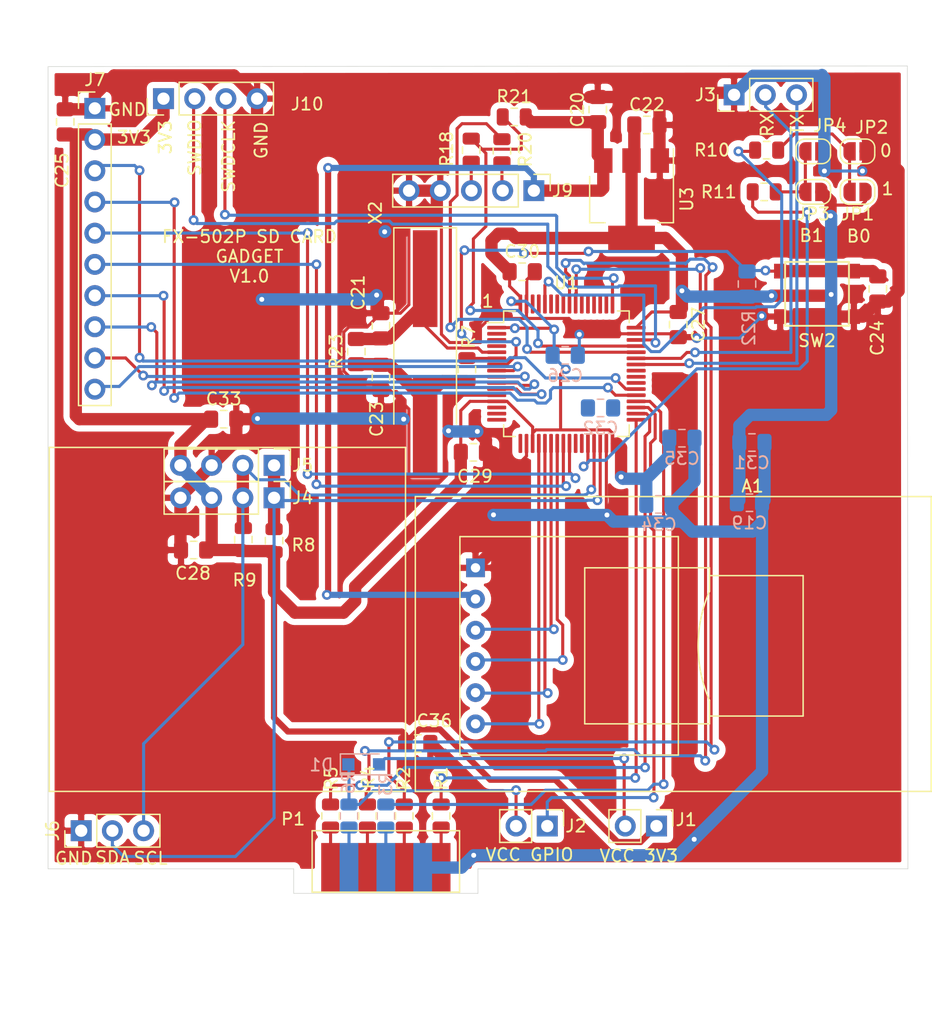
<source format=kicad_pcb>
(kicad_pcb (version 20240108) (generator "pcbnew") (generator_version "8.0")
  (layers (0 "F.Cu" signal) (31 "B.Cu" signal) (34 "B.Paste" user) (35 "F.Paste" user) (36 "B.SilkS" user "B.Silkscreen") (37 "F.SilkS" user "F.Silkscreen") (38 "B.Mask" user) (39 "F.Mask" user) (44 "Edge.Cuts" user))
  (net 0 "")
  (net 1 "SD_CS")
  (net 2 "SD_CLK")
  (net 3 "SD_MOSI")
  (net 4 "SD_MISO")
  (net 5 "+5V")
  (net 6 "CALC_GND")
  (net 7 "+3V3")
  (net 8 "OSCI")
  (net 9 "OSCO")
  (net 10 "NRST")
  (net 11 "Net-(D1-Pad2)")
  (net 12 "TX")
  (net 13 "RX")
  (net 14 "SCL")
  (net 15 "SDA")
  (net 16 "SWDCLK")
  (net 17 "SWDIO")
  (net 18 "CALC_CE")
  (net 19 "CALC_D3")
  (net 20 "CALC_CONT")
  (net 21 "CALC_OP")
  (net 22 "CALC_SP")
  (net 23 "Net-(R7-Pad2)")
  (net 24 "BOOT0")
  (net 25 "PA12")
  (net 26 "BOOT1")
  (net 27 "PA11")
  (net 28 "Net-(P1-Pad7)")
  (net 29 "Net-(P1-Pad5)")
  (net 30 "Net-(P1-Pad4)")
  (net 31 "Net-(P1-Pad3)")
  (net 32 "Net-(P1-Pad2)")
  (net 33 "Net-(P1-Pad1)")
  (net 34 "Net-(J9-Pad3)")
  (net 35 "Net-(J9-Pad2)")
  (net 36 "Net-(JP1-Pad2)")
  (net 37 "Net-(JP3-Pad2)")
  (net 38 "CALC_VCC_GPIO")
  (net 39 "Net-(J7-Pad10)")
  (net 40 "Net-(J7-Pad9)")
  (net 41 "Net-(J7-Pad8)")
  (net 42 "Net-(J7-Pad7)")
  (net 43 "Net-(J7-Pad6)")
  (net 44 "Net-(J7-Pad5)")
  (net 45 "Net-(J7-Pad4)")
  (net 46 "Net-(J7-Pad3)")
  (net 47 "Net-(D1-Pad1)")
  (footprint "Capacitor_SMD:C_0805_2012Metric_Pad1.15x1.40mm_HandSolder" (layer "F.Cu") (at 44.75 38.2 90)
    (property "Reference" "C20")
    (property "Value" "1uF")
  )
  (footprint "Capacitor_SMD:C_0805_2012Metric_Pad1.15x1.40mm_HandSolder" (layer "F.Cu") (at 27.1 55.8 90)
    (property "Reference" "C21")
    (property "Value" "10pF")
  )
  (footprint "Capacitor_SMD:C_0805_2012Metric_Pad1.15x1.40mm_HandSolder" (layer "F.Cu") (at 48.75 39.45)
    (property "Reference" "C22")
    (property "Value" "1uF")
  )
  (footprint "Capacitor_SMD:C_0805_2012Metric_Pad1.15x1.40mm_HandSolder" (layer "F.Cu") (at 27.1 60 -90)
    (property "Reference" "C23")
    (property "Value" "10pF")
  )
  (footprint "Capacitor_SMD:C_0805_2012Metric_Pad1.15x1.40mm_HandSolder" (layer "F.Cu") (at 67.55 52.8 -90)
    (property "Reference" "C24")
    (property "Value" "1uF")
  )
  (footprint "Capacitor_SMD:C_0805_2012Metric_Pad1.15x1.40mm_HandSolder" (layer "F.Cu") (at 1.4 39.2 90)
    (property "Reference" "C25")
    (property "Value" "100nF")
  )
  (footprint "Capacitor_SMD:C_0805_2012Metric_Pad1.15x1.40mm_HandSolder" (layer "F.Cu") (at 51.3 55.7 -90)
    (property "Reference" "C27")
    (property "Value" "100nF")
  )
  (footprint "Capacitor_SMD:C_0805_2012Metric_Pad1.15x1.40mm_HandSolder" (layer "F.Cu") (at 11.85 74.05 180)
    (property "Reference" "C28")
    (property "Value" "100nF")
  )
  (footprint "Capacitor_SMD:C_0805_2012Metric_Pad1.15x1.40mm_HandSolder" (layer "F.Cu") (at 34.625 66.1)
    (property "Reference" "C29")
    (property "Value" "100nF")
  )
  (footprint "Capacitor_SMD:C_0805_2012Metric_Pad1.15x1.40mm_HandSolder" (layer "F.Cu") (at 38.6 51.4)
    (property "Reference" "C30")
    (property "Value" "100nF")
  )
  (footprint "Capacitor_SMD:C_0805_2012Metric_Pad1.15x1.40mm_HandSolder" (layer "F.Cu") (at 14.3 63.4)
    (property "Reference" "C33")
    (property "Value" "100nF")
  )
  (footprint "Capacitor_SMD:C_0805_2012Metric_Pad1.15x1.40mm_HandSolder" (layer "F.Cu") (at 30.1 89.8)
    (property "Reference" "C36")
    (property "Value" "100nF")
  )
  (footprint "Connector_PinHeader_2.54mm:PinHeader_1x02_P2.54mm_Vertical" (layer "F.Cu") (at 49.53 96.52 -90)
    (property "Reference" "J1")
    (property "Value" "Conn_01x02_Male")
  )
  (footprint "Connector_PinHeader_2.54mm:PinHeader_1x02_P2.54mm_Vertical" (layer "F.Cu") (at 40.64 96.52 -90)
    (property "Reference" "J2")
    (property "Value" "Conn_01x02_Male")
  )
  (footprint "Connector_PinHeader_2.54mm:PinHeader_1x03_P2.54mm_Vertical" (layer "F.Cu") (at 55.85 37 90)
    (property "Reference" "J3")
    (property "Value" "Conn_01x03_Female")
  )
  (footprint "Connector_PinHeader_2.54mm:PinHeader_1x04_P2.54mm_Vertical" (layer "F.Cu") (at 18.4 69.8 -90)
    (property "Reference" "J4")
    (property "Value" "Conn_01x04_Male")
  )
  (footprint "Connector_PinHeader_2.54mm:PinHeader_1x04_P2.54mm_Vertical" (layer "F.Cu") (at 18.4 67.16 -90)
    (property "Reference" "J5")
    (property "Value" "Conn_01x04_Male")
  )
  (footprint "Connector_PinHeader_2.54mm:PinHeader_1x05_P2.54mm_Vertical" (layer "F.Cu") (at 39.55 44.8 -90)
    (property "Reference" "J9")
    (property "Value" "Conn_01x05")
  )
  (footprint "Connector_PinHeader_2.54mm:PinHeader_1x04_P2.54mm_Vertical" (layer "F.Cu") (at 9.4 37.31 90)
    (property "Reference" "J10")
    (property "Value" "Conn_01x04")
  )
  (footprint "ajm_kicad:expansion_fx502p" (layer "F.Cu") (at 27 97.4)
    (property "Reference" "P1")
    (property "Value" "Expansion")
  )
  (footprint "Resistor_SMD:R_0805_2012Metric" (layer "F.Cu") (at 32 95.7 -90)
    (property "Reference" "R1")
    (property "Value" "R_Small")
  )
  (footprint "Resistor_SMD:R_0805_2012Metric" (layer "F.Cu") (at 29 95.7 -90)
    (property "Reference" "R2")
    (property "Value" "R_Small")
  )
  (footprint "Resistor_SMD:R_0805_2012Metric" (layer "F.Cu") (at 26 95.7 -90)
    (property "Reference" "R4")
    (property "Value" "R_Small")
  )
  (footprint "Resistor_SMD:R_0805_2012Metric" (layer "F.Cu") (at 23 95.7 -90)
    (property "Reference" "R5")
    (property "Value" "R_Small")
  )
  (footprint "Resistor_SMD:R_0805_2012Metric" (layer "F.Cu") (at 34.1 59.3625 90)
    (property "Reference" "R7")
    (property "Value" "390R")
  )
  (footprint "Resistor_SMD:R_0805_2012Metric" (layer "F.Cu") (at 18.4 73.2875 90)
    (property "Reference" "R8")
    (property "Value" "4k7")
  )
  (footprint "Resistor_SMD:R_0805_2012Metric" (layer "F.Cu") (at 15.9 73.2 90)
    (property "Reference" "R9")
    (property "Value" "4k7")
  )
  (footprint "Resistor_SMD:R_0805_2012Metric" (layer "F.Cu") (at 34.45 41.5 -90)
    (property "Reference" "R18")
    (property "Value" "20R")
  )
  (footprint "Resistor_SMD:R_0805_2012Metric" (layer "F.Cu") (at 36.95 41.55 -90)
    (property "Reference" "R20")
    (property "Value" "20R")
  )
  (footprint "Resistor_SMD:R_0805_2012Metric" (layer "F.Cu") (at 37.95 38.8)
    (property "Reference" "R21")
    (property "Value" "4k7")
  )
  (footprint "Resistor_SMD:R_0805_2012Metric_Pad1.15x1.40mm_HandSolder" (layer "F.Cu") (at 25.1 57.9 90)
    (property "Reference" "R23")
    (property "Value" "1M")
  )
  (footprint "BP:SMD_BUTTON" (layer "F.Cu") (at 62.6 53.2)
    (property "Reference" "SW2")
    (property "Value" "Switch_SW_SPST")
  )
  (footprint "Package_QFP:LQFP-64_10x10mm_P0.5mm" (layer "F.Cu") (at 42.2 59.7)
    (property "Reference" "U1")
    (property "Value" "STM32F103RGTx")
  )
  (footprint "Package_TO_SOT_SMD:SOT-223-3_TabPin2" (layer "F.Cu") (at 47.5 45.5 -90)
    (property "Reference" "U3")
    (property "Value" "AMS1117-3.3")
  )
  (footprint "Crystal:Crystal_SMD_HC49-SD_HandSoldering" (layer "F.Cu") (at 30.7 57.9 -90)
    (property "Reference" "X2")
    (property "Value" "8MHz")
  )
  (footprint "Charleslabs_Parts:SD_Card_Module" (layer "F.Cu") (at 34.8 75.5)
    (property "Reference" "A1")
    (property "Value" "SD_Card_Module_catalex")
  )
  (footprint "Connector_PinHeader_2.54mm:PinHeader_1x03_P2.54mm_Vertical" (layer "F.Cu") (at 2.7 96.9 90)
    (property "Reference" "J6")
    (property "Value" "Conn_01x03_Female")
  )
  (footprint "Jumper:SolderJumper-2_P1.3mm_Open_RoundedPad1.0x1.5mm" (layer "F.Cu") (at 65.9 44.9 180)
    (property "Reference" "JP1")
    (property "Value" "Jumper")
  )
  (footprint "Jumper:SolderJumper-2_P1.3mm_Open_RoundedPad1.0x1.5mm" (layer "F.Cu") (at 65.9 41.6 180)
    (property "Reference" "JP2")
    (property "Value" "Jumper")
  )
  (footprint "Jumper:SolderJumper-2_P1.3mm_Open_RoundedPad1.0x1.5mm" (layer "F.Cu") (at 62.3 44.9 180)
    (property "Reference" "JP3")
    (property "Value" "Jumper")
  )
  (footprint "Jumper:SolderJumper-2_P1.3mm_Open_RoundedPad1.0x1.5mm" (layer "F.Cu") (at 62.3 41.6 180)
    (property "Reference" "JP4")
    (property "Value" "Jumper")
  )
  (footprint "Resistor_SMD:R_0805_2012Metric" (layer "F.Cu") (at 58.5 41.5)
    (property "Reference" "R10")
    (property "Value" "10k")
  )
  (footprint "Resistor_SMD:R_0805_2012Metric" (layer "F.Cu") (at 58.3 44.9)
    (property "Reference" "R11")
    (property "Value" "10k")
  )
  (footprint "Connector_PinHeader_2.54mm:PinHeader_1x10_P2.54mm_Vertical" (layer "F.Cu") (at 3.81 38.1)
    (property "Reference" "J7")
    (property "Value" "Conn_01x10_Female")
  )
  (footprint "Capacitor_SMD:C_0805_2012Metric_Pad1.15x1.40mm_HandSolder" (layer "B.Cu") (at 57.1 70.2)
    (property "Reference" "C19")
    (property "Value" "100nF")
  )
  (footprint "Capacitor_SMD:C_0805_2012Metric_Pad1.15x1.40mm_HandSolder" (layer "B.Cu") (at 42.1 58.2)
    (property "Reference" "C26")
    (property "Value" "100nF")
  )
  (footprint "Capacitor_SMD:C_0805_2012Metric_Pad1.15x1.40mm_HandSolder" (layer "B.Cu") (at 57.3 65.3)
    (property "Reference" "C31")
    (property "Value" "100nF")
  )
  (footprint "Capacitor_SMD:C_0805_2012Metric_Pad1.15x1.40mm_HandSolder" (layer "B.Cu") (at 44.975001 62.485001)
    (property "Reference" "C32")
    (property "Value" "100nF")
  )
  (footprint "Capacitor_SMD:C_0805_2012Metric_Pad1.15x1.40mm_HandSolder" (layer "B.Cu") (at 49.725001 70.335001)
    (property "Reference" "C34")
    (property "Value" "100nF")
  )
  (footprint "Capacitor_SMD:C_0805_2012Metric_Pad1.15x1.40mm_HandSolder" (layer "B.Cu") (at 51.6 64.95)
    (property "Reference" "C35")
    (property "Value" "100nF")
  )
  (footprint "Diode_SMD:D_SOD-323_HandSoldering" (layer "B.Cu") (at 25.7 91.5)
    (property "Reference" "D1")
    (property "Value" "D")
  )
  (footprint "Resistor_SMD:R_0805_2012Metric" (layer "B.Cu") (at 27.5 95.7 -90)
    (property "Reference" "R3")
    (property "Value" "R_Small")
  )
  (footprint "Resistor_SMD:R_0805_2012Metric" (layer "B.Cu") (at 24.5 95.7 -90)
    (property "Reference" "R6")
    (property "Value" "R_Small")
  )
  (footprint "Resistor_SMD:R_0805_2012Metric_Pad1.15x1.40mm_HandSolder" (layer "B.Cu") (at 56.9 52.4 90)
    (property "Reference" "R22")
    (property "Value" "10k")
  )
  (gr_line (start 0.1 65.7) (end 0.1 93.7) (stroke (width 0.12)) (layer "F.SilkS"))
  (gr_line (start 29.9 69.7) (end 29.9 93.7) (stroke (width 0.12)) (layer "F.SilkS"))
  (gr_line (start 29.9 93.7) (end 71.9 93.7) (stroke (width 0.12)) (layer "F.SilkS"))
  (gr_line (start 29.1 93.7) (end 29.1 65.7) (stroke (width 0.12)) (layer "F.SilkS"))
  (gr_line (start 0.1 93.7) (end 29.1 93.7) (stroke (width 0.12)) (layer "F.SilkS"))
  (gr_line (start 71.9 69.7) (end 29.9 69.7) (stroke (width 0.12)) (layer "F.SilkS"))
  (gr_line (start 29.1 65.7) (end 0.1 65.7) (stroke (width 0.12)) (layer "F.SilkS"))
  (gr_line (start 71.9 93.7) (end 71.9 69.7) (stroke (width 0.12)) (layer "F.SilkS"))
  (gr_line (start 70 100) (end 35 100) (stroke (width 0.05)) (layer "Edge.Cuts"))
  (gr_line (start 20 100) (end 0 100) (stroke (width 0.05)) (layer "Edge.Cuts"))
  (gr_line (start 70 100) (end 69.95 34.65) (stroke (width 0.05)) (layer "Edge.Cuts"))
  (gr_line (start 20 102) (end 35 102) (stroke (width 0.05)) (layer "Edge.Cuts"))
  (gr_line (start 0 34.7) (end 0 100) (stroke (width 0.05)) (layer "Edge.Cuts"))
  (gr_line (start 35 102) (end 35 100) (stroke (width 0.05)) (layer "Edge.Cuts"))
  (gr_line (start 20 100) (end 20 102) (stroke (width 0.05)) (layer "Edge.Cuts"))
  (gr_line (start 0 34.7) (end 69.95 34.65) (stroke (width 0.05)) (layer "Edge.Cuts"))
  (gr_text "SCL" (at 8.35 99.15 0) (layer "F.SilkS") (effects (font (size 1 1))))
  (gr_text "SDA\n" (at 5.25 99.1 0) (layer "F.SilkS") (effects (font (size 1 1))))
  (gr_text "GND" (at 17.35 40.7 90) (layer "F.SilkS") (effects (font (size 1 1))))
  (gr_text "3V3" (at 9.55 40.45 90) (layer "F.SilkS") (effects (font (size 1 1))))
  (gr_text "1" (at 35.8 53.8 0) (layer "F.SilkS") (effects (font (size 1 1))))
  (gr_text "VCC 3V3" (at 48.1 98.95 0) (layer "F.SilkS") (effects (font (size 1 1))))
  (gr_text "SWDCLK" (at 14.7 42 90) (layer "F.SilkS") (effects (font (size 1 1))))
  (gr_text "B0" (at 66 48.5 0) (layer "F.SilkS") (effects (font (size 1 1))))
  (gr_text "FX-502P SD CARD\nGADGET\nV1.0" (at 16.4 50.15 0) (layer "F.SilkS") (effects (font (size 1 1))))
  (gr_text "RX" (at 58.55 39.45 90) (layer "F.SilkS") (effects (font (size 1 1))))
  (gr_text "1" (at 68.35 44.65 0) (layer "F.SilkS") (effects (font (size 1 1))))
  (gr_text "SWDIO" (at 11.95 41.3 90) (layer "F.SilkS") (effects (font (size 1 1))))
  (gr_text "VCC GPIO" (at 39.2 98.85 0) (layer "F.SilkS") (effects (font (size 1 1))))
  (gr_text "GND" (at 6.45 38.2 0) (layer "F.SilkS") (effects (font (size 1 1))))
  (gr_text "GND" (at 2.1 99.15 0) (layer "F.SilkS") (effects (font (size 1 1))))
  (gr_text "TX\n" (at 61 39.4 90) (layer "F.SilkS") (effects (font (size 1 1))))
  (gr_text "0" (at 68.2 41.55 0) (layer "F.SilkS") (effects (font (size 1 1))))
  (gr_text "3V3" (at 7 40.45 0) (layer "F.SilkS") (effects (font (size 1 1))))
  (gr_text "B1" (at 62.15 48.45 0) (layer "F.SilkS") (effects (font (size 1 1))))
  (segment (start 39.95 65.375) (end 39.95 88.15) (width 0.25) (layer "F.Cu") (net 1))
  (segment (start 39.95 88.15) (end 40 88.2) (width 0.25) (layer "F.Cu") (net 1))
  (via (at 40 88.2) (size 0.8) (drill 0.4) (layers "F.Cu" "B.Cu") (net 1))
  (segment (start 40 88.2) (end 34.8 88.2) (width 0.25) (layer "B.Cu") (net 1))
  (segment (start 40.45 85.475) (end 40.675 85.7) (width 0.25) (layer "F.Cu") (net 2))
  (segment (start 40.45 65.375) (end 40.45 85.475) (width 0.25) (layer "F.Cu") (net 2))
  (via (at 40.675 85.7) (size 0.8) (drill 0.4) (layers "F.Cu" "B.Cu") (net 2))
  (segment (start 34.84 85.7) (end 34.8 85.66) (width 0.25) (layer "B.Cu") (net 2))
  (segment (start 40.675 85.7) (end 34.84 85.7) (width 0.25) (layer "B.Cu") (net 2))
  (segment (start 41.9 80.151998) (end 41.9 83) (width 0.25) (layer "F.Cu") (net 3))
  (segment (start 41.45 79.701998) (end 41.9 80.151998) (width 0.25) (layer "F.Cu") (net 3))
  (segment (start 41.45 65.375) (end 41.45 79.701998) (width 0.25) (layer "F.Cu") (net 3))
  (via (at 41.9 83) (size 0.8) (drill 0.4) (layers "F.Cu" "B.Cu") (net 3))
  (segment (start 41.9 83) (end 34.92 83) (width 0.25) (layer "B.Cu") (net 3))
  (segment (start 34.92 83) (end 34.8 83.12) (width 0.25) (layer "B.Cu") (net 3))
  (segment (start 40.95 65.375) (end 40.95 80.275) (width 0.25) (layer "F.Cu") (net 4))
  (segment (start 40.95 80.275) (end 41.175 80.5) (width 0.25) (layer "F.Cu") (net 4))
  (via (at 41.175 80.5) (size 0.8) (drill 0.4) (layers "F.Cu" "B.Cu") (net 4))
  (segment (start 34.88 80.5) (end 34.8 80.58) (width 0.25) (layer "B.Cu") (net 4))
  (segment (start 41.175 80.5) (end 34.88 80.5) (width 0.25) (layer "B.Cu") (net 4))
  (segment (start 39.55 44.8) (end 45 44.8) (width 1) (layer "F.Cu") (net 5))
  (segment (start 39.3125 39.225) (end 38.8875 38.8) (width 1) (layer "F.Cu") (net 5))
  (segment (start 22.8 42.95) (end 22.8 77.6) (width 0.5) (layer "F.Cu") (net 5))
  (segment (start 45.2 44.6) (end 45.2 42.35) (width 1) (layer "F.Cu") (net 5))
  (segment (start 44.75 39.225) (end 44.75 41.9) (width 1) (layer "F.Cu") (net 5))
  (segment (start 22.8 77.6) (end 22.7 77.7) (width 0.5) (layer "F.Cu") (net 5))
  (segment (start 45 44.8) (end 45.2 44.6) (width 1) (layer "F.Cu") (net 5))
  (segment (start 44.75 39.225) (end 39.3125 39.225) (width 1) (layer "F.Cu") (net 5))
  (segment (start 44.75 41.9) (end 45.2 42.35) (width 1) (layer "F.Cu") (net 5))
  (via (at 22.8 42.95) (size 0.8) (drill 0.4) (layers "F.Cu" "B.Cu") (net 5))
  (via (at 22.7 77.7) (size 0.8) (drill 0.4) (layers "F.Cu" "B.Cu") (net 5))
  (segment (start 39.55 44.8) (end 39.55 43.6) (width 0.5) (layer "B.Cu") (net 5))
  (segment (start 39.55 43.6) (end 38.9 42.95) (width 0.5) (layer "B.Cu") (net 5))
  (segment (start 34.46 77.7) (end 34.8 78.04) (width 0.5) (layer "B.Cu") (net 5))
  (segment (start 38.9 42.95) (end 22.8 42.95) (width 0.5) (layer "B.Cu") (net 5))
  (segment (start 22.7 77.7) (end 34.46 77.7) (width 0.5) (layer "B.Cu") (net 5))
  (segment (start 38.95 65.375) (end 38.95 66.4) (width 0.25) (layer "F.Cu") (net 6))
  (segment (start 38.8 55.2) (end 42.4 55.2) (width 0.25) (layer "F.Cu") (net 6))
  (segment (start 49.775 37.925) (end 49.775 39.45) (width 1) (layer "F.Cu") (net 6))
  (segment (start 24.07499 59.48818) (end 24.07499 56.31182) (width 0.25) (layer "F.Cu") (net 6))
  (segment (start 38.95 53.65) (end 38.97499 53.62501) (width 0.25) (layer "F.Cu") (net 6))
  (segment (start 25.975 55.9) (end 27.1 54.775) (width 0.25) (layer "F.Cu") (net 6))
  (segment (start 35.65 66.1) (end 35.65 65.1) (width 1) (layer "F.Cu") (net 6))
  (segment (start 32.25 61.45) (end 32.25 64) (width 0.25) (layer "F.Cu") (net 6))
  (segment (start 27.1 54.775) (end 28.68326 54.775) (width 0.25) (layer "F.Cu") (net 6))
  (segment (start 29.350001 47.699999) (end 28.9 48.15) (width 0.25) (layer "F.Cu") (net 6))
  (segment (start 17.02 53.27) (end 17.4 53.65) (width 1) (layer "F.Cu") (net 6))
  (segment (start 15.325 63.4) (end 17 63.4) (width 1) (layer "F.Cu") (net 6))
  (segment (start 36.262001 66.137001) (end 36.262001 71.187999) (width 1) (layer "F.Cu") (net 6))
  (segment (start 44.75 37.175) (end 44.075 37.175) (width 1) (layer "F.Cu") (net 6))
  (segment (start 17 63.4) (end 17.05 63.35) (width 1) (layer "F.Cu") (net 6))
  (segment (start 38.95 54.025) (end 38.95 53.65) (width 0.25) (layer "F.Cu") (net 6))
  (segment (start 38.97499 53.62501) (end 38.97499 52.05001) (width 0.25) (layer "F.Cu") (net 6))
  (segment (start 29.374999 68.035001) (end 29.374999 63.375001) (width 0.25) (layer "F.Cu") (net 6))
  (segment (start 69.231519 43.181519) (end 67.65 41.6) (width 1) (layer "F.Cu") (net 6))
  (segment (start 51.375 56.8) (end 51.3 56.725) (width 0.25) (layer "F.Cu") (net 6))
  (segment (start 29.374999 63.375001) (end 29.374999 62.574999) (width 0.25) (layer "F.Cu") (net 6))
  (segment (start 51.025 56.45) (end 47.875 56.45) (width 0.25) (layer "F.Cu") (net 6))
  (segment (start 65.6 55.05) (end 66.325 55.05) (width 1) (layer "F.Cu") (net 6))
  (segment (start 31.65 47.15) (end 31.65 47.389998) (width 0.25) (layer "F.Cu") (net 6))
  (segment (start 35.65 65.1) (end 34.95 64.4) (width 1) (layer "F.Cu") (net 6))
  (segment (start 38.95 55.05) (end 38.95 54.025) (width 0.25) (layer "F.Cu") (net 6))
  (segment (start 5.378836 35.421164) (end 15.131164 35.421164) (width 1) (layer "F.Cu") (net 6))
  (segment (start 27.1 60.56319) (end 25.15 60.56319) (width 0.25) (layer "F.Cu") (net 6))
  (segment (start 47.875 56.45) (end 43.3 56.45) (width 0.25) (layer "F.Cu") (net 6))
  (segment (start 24.48681 55.9) (end 25.975 55.9) (width 0.25) (layer "F.Cu") (net 6))
  (segment (start 28.95 63.4) (end 29.35 63.4) (width 0.25) (layer "F.Cu") (net 6))
  (segment (start 35.19889 57.16248) (end 35.19889 55.935408) (width 0.25) (layer "F.Cu") (net 6))
  (segment (start 44.75 37.175) (end 49.025 37.175) (width 1) (layer "F.Cu") (net 6))
  (segment (start 31.960001 47.699999) (end 32.025001 47.764999) (width 0.25) (layer "F.Cu") (net 6))
  (segment (start 32.025001 56.488591) (end 32.69889 57.16248) (width 0.25) (layer "F.Cu") (net 6))
  (segment (start 50.87 36.83) (end 49.775 37.925) (width 1) (layer "F.Cu") (net 6))
  (segment (start 29.439999 47.699999) (end 29.350001 47.699999) (width 0.25) (layer "F.Cu") (net 6))
  (segment (start 38.95 66.4) (end 38.3 67.05) (width 0.25) (layer "F.Cu") (net 6))
  (segment (start 67.55 53.825) (end 68.375 53.825) (width 1) (layer "F.Cu") (net 6))
  (segment (start 67.65 41.6) (end 66.55 41.6) (width 1) (layer "F.Cu") (net 6))
  (segment (start 31.65 47.389998) (end 31.960001 47.699999) (width 0.25) (layer "F.Cu") (net 6))
  (segment (start 43.25 56.05) (end 43.25 56.5) (width 0.25) (layer "F.Cu") (net 6))
  (segment (start 36.262001 71.187999) (end 36.262001 74.037999) (width 1) (layer "F.Cu") (net 6))
  (segment (start 27.825 61.025) (end 27.1 61.025) (width 0.25) (layer "F.Cu") (net 6))
  (segment (start 3.81 38.1) (end 3.81 36.99) (width 1) (layer "F.Cu") (net 6))
  (segment (start 27.1 61.025) (end 27.1 60.56319) (width 0.25) (layer "F.Cu") (net 6))
  (segment (start 26.75 53.3) (end 26.75 54.425) (width 1) (layer "F.Cu") (net 6))
  (segment (start 49.775 42.325) (end 49.8 42.35) (width 1) (layer "F.Cu") (net 6))
  (segment (start 29.374999 47.764999) (end 29.439999 47.699999) (width 0.25) (layer "F.Cu") (net 6))
  (segment (start 10.825 74.05) (end 10.825 78.025) (width 0.25) (layer "F.Cu") (net 6))
  (segment (start 28.68326 54.775) (end 29.374999 54.083261) (width 0.25) (layer "F.Cu") (net 6))
  (segment (start 10.78 69.7) (end 13.32 67.16) (width 1) (layer "F.Cu") (net 6))
  (segment (start 69.239001 52.961) (end 69.231519 43.181519) (width 1) (layer "F.Cu") (net 6))
  (segment (start 31.65 45.08) (end 31.65 47.15) (width 1) (layer "F.Cu") (net 6))
  (segment (start 31.960002 68.1) (end 29.439998 68.1) (width 0.25) (layer "F.Cu") (net 6))
  (segment (start 43.3 56.45) (end 43.25 56.5) (width 0.25) (layer "F.Cu") (net 6))
  (segment (start 38.97499 52.05001) (end 39.625 51.4) (width 0.25) (layer "F.Cu") (net 6))
  (segment (start 15.325 63.4) (end 15.325 65.155) (width 1) (layer "F.Cu") (net 6))
  (segment (start 32.69889 57.16248) (end 35.19889 57.16248) (width 0.25) (layer "F.Cu") (net 6))
  (segment (start 58.15 55.05) (end 58.1 55) (width 0.25) (layer "F.Cu") (net 6))
  (segment (start 66.525 54.125) (end 65.6 55.05) (width 0.25) (layer "F.Cu") (net 6))
  (segment (start 10.825 78.025) (end 2.7 86.15) (width 0.25) (layer "F.Cu") (net 6))
  (segment (start 29.439998 68.1) (end 29.374999 68.035001) (width 0.25) (layer "F.Cu") (net 6))
  (segment (start 10.78 69.8) (end 10.78 74.005) (width 1) (layer "F.Cu") (net 6))
  (segment (start 3.735 38.175) (end 3.81 38.1) (width 1) (layer "F.Cu") (net 6))
  (segment (start 36.262001 74.037999) (end 34.8 75.5) (width 1) (layer "F.Cu") (net 6))
  (segment (start 66.55 41.6) (end 66.55 42.95) (width 0.25) (layer "F.Cu") (net 6))
  (segment (start 3.81 36.99) (end 5.378836 35.421164) (width 1) (layer "F.Cu") (net 6))
  (segment (start 32.25 64) (end 32.6 64.35) (width 0.25) (layer "F.Cu") (net 6))
  (segment (start 26.75 54.425) (end 27.1 54.775) (width 1) (layer "F.Cu") (net 6))
  (segment (start 49.775 39.45) (end 49.775 42.325) (width 1) (layer "F.Cu") (net 6))
  (segment (start 31.93 44.8) (end 31.65 45.08) (width 1) (layer "F.Cu") (net 6))
  (segment (start 17.02 37.31) (end 17.02 53.27) (width 1) (layer "F.Cu") (net 6))
  (segment (start 38.3 67.05) (end 36.6 67.05) (width 0.25) (layer "F.Cu") (net 6))
  (segment (start 55.88 36.83) (end 50.87 36.83) (width 1) (layer "F.Cu") (net 6))
  (segment (start 66.325 55.05) (end 67.55 53.825) (width 1) (layer "F.Cu") (net 6))
  (segment (start 32.25 67.810002) (end 31.960002 68.1) (width 0.25) (layer "F.Cu") (net 6))
  (segment (start 36.525 61.45) (end 32.25 61.45) (width 0.25) (layer "F.Cu") (net 6))
  (segment (start 29.439999 47.699999) (end 31.960001 47.699999) (width 0.25) (layer "F.Cu") (net 6))
  (segment (start 25.15 60.56319) (end 24.07499 59.48818) (width 0.25) (layer "F.Cu") (net 6))
  (segment (start 49.025 37.175) (end 49.775 37.925) (width 1) (layer "F.Cu") (net 6))
  (segment (start 59.6 55.05) (end 65.6 55.05) (width 1) (layer "F.Cu") (net 6))
  (segment (start 42.4 55.2) (end 43.25 56.05) (width 0.25) (layer "F.Cu") (net 6))
  (segment (start 68.3 54.125) (end 66.525 54.125) (width 0.25) (layer "F.Cu") (net 6))
  (segment (start 32.025001 47.764999) (end 32.025001 56.488591) (width 0.25) (layer "F.Cu") (net 6))
  (segment (start 66.55 42.95) (end 66.3 43.2) (width 0.25) (layer "F.Cu") (net 6))
  (segment (start 29.374999 54.083261) (end 29.374999 47.764999) (width 0.25) (layer "F.Cu") (net 6))
  (segment (start 63.2 41.85) (end 62.95 41.6) (width 0.25) (layer "F.Cu") (net 6))
  (segment (start 45.45 65.375) (end 45.45 71.15) (width 0.25) (layer "F.Cu") (net 6))
  (segment (start 29.374999 62.574999) (end 27.825 61.025) (width 0.25) (layer "F.Cu") (net 6))
  (segment (start 15.131164 35.421164) (end 17.02 37.31) (width 1) (layer "F.Cu") (net 6))
  (segment (start 34.65 93.325) (end 34.65 98.9) (width 1) (layer "F.Cu") (net 6))
  (segment (start 1.4 38.175) (end 3.735 38.175) (width 1) (layer "F.Cu") (net 6))
  (segment (start 29.39 44.8) (end 31.93 44.8) (width 1) (layer "F.Cu") (net 6))
  (segment (start 32.25 61.45) (end 32.25 67.810002) (width 0.25) (layer "F.Cu") (net 6))
  (segment (start 27.4 48.15) (end 28.9 48.15) (width 1) (layer "F.Cu") (net 6))
  (segment (start 10.78 74.005) (end 10.825 74.05) (width 1) (layer "F.Cu") (net 6))
  (segment (start 24.07499 56.31182) (end 24.48681 55.9) (width 0.25) (layer "F.Cu") (net 6))
  (segment (start 38.8 55.2) (end 38.95 55.05) (width 0.25) (layer "F.Cu") (net 6))
  (segment (start 68.375 53.825) (end 69.239001 52.961) (width 1) (layer "F.Cu") (net 6))
  (segment (start 51.3 56.725) (end 51.025 56.45) (width 0.25) (layer "F.Cu") (net 6))
  (segment (start 59.6 55.05) (end 58.15 55.05) (width 0.25) (layer "F.Cu") (net 6))
  (segment (start 35.65 66.1) (end 36.225 66.1) (width 1) (layer "F.Cu") (net 6))
  (segment (start 36.225 66.1) (end 36.262001 66.137001) (width 1) (layer "F.Cu") (net 6))
  (segment (start 35.19889 55.935408) (end 35.934298 55.2) (width 0.25) (layer "F.Cu") (net 6))
  (segment (start 29.35 63.4) (end 29.374999 63.375001) (width 0.25) (layer "F.Cu") (net 6))
  (segment (start 35.934298 55.2) (end 38.8 55.2) (width 0.25) (layer "F.Cu") (net 6))
  (segment (start 10.78 69.8) (end 10.78 69.7) (width 1) (layer "F.Cu") (net 6))
  (segment (start 63.2 43.2) (end 63.2 41.85) (width 0.25) (layer "F.Cu") (net 6))
  (segment (start 52.8 56.8) (end 51.375 56.8) (width 0.25) (layer "F.Cu") (net 6))
  (segment (start 36.6 67.05) (end 35.65 66.1) (width 0.25) (layer "F.Cu") (net 6))
  (segment (start 15.325 65.155) (end 13.32 67.16) (width 1) (layer "F.Cu") (net 6))
  (segment (start 45.45 71.15) (end 45.5 71.2) (width 0.25) (layer "F.Cu") (net 6))
  (segment (start 2.7 86.15) (end 2.7 96.9) (width 0.25) (layer "F.Cu") (net 6))
  (segment (start 31.125 89.8) (end 34.65 93.325) (width 1) (layer "F.Cu") (net 6))
  (via (at 63.2 43.2) (size 0.8) (drill 0.4) (layers "F.Cu" "B.Cu") (net 6))
  (via (at 28.95 63.4) (size 0.8) (drill 0.4) (layers "F.Cu" "B.Cu") (net 6))
  (via (at 58.1 55) (size 0.8) (drill 0.4) (layers "F.Cu" "B.Cu") (net 6))
  (via (at 17.4 53.65) (size 0.8) (drill 0.4) (layers "F.Cu" "B.Cu") (net 6))
  (via (at 66.3 43.2) (size 0.8) (drill 0.4) (layers "F.Cu" "B.Cu") (net 6))
  (via (at 32.6 64.35) (size 0.8) (drill 0.4) (layers "F.Cu" "B.Cu") (net 6))
  (via (at 34.95 64.4) (size 0.8) (drill 0.4) (layers "F.Cu" "B.Cu") (net 6))
  (via (at 36.262001 71.187999) (size 0.8) (drill 0.4) (layers "F.Cu" "B.Cu") (net 6))
  (via (at 26.75 53.3) (size 0.8) (drill 0.4) (layers "F.Cu" "B.Cu") (net 6))
  (via (at 27.4 48.15) (size 0.8) (drill 0.4) (layers "F.Cu" "B.Cu") (net 6))
  (via (at 52.8 56.8) (size 0.8) (drill 0.4) (layers "F.Cu" "B.Cu") (net 6))
  (via (at 17.05 63.35) (size 0.8) (drill 0.4) (layers "F.Cu" "B.Cu") (net 6))
  (via (at 34.65 98.9) (size 0.8) (drill 0.4) (layers "F.Cu" "B.Cu") (net 6))
  (via (at 43.25 56.5) (size 0.8) (drill 0.4) (layers "F.Cu" "B.Cu") (net 6))
  (via (at 45.5 71.2) (size 0.8) (drill 0.4) (layers "F.Cu" "B.Cu") (net 6))
  (via (at 52.6 97.6) (size 0.8) (drill 0.4) (layers "F.Cu" "B.Cu") (net 6))
  (segment (start 52.6 97.6) (end 52.6 97.6) (width 1) (layer "B.Cu") (net 6))
  (segment (start 63 35.45) (end 57.400001 35.449999) (width 1) (layer "B.Cu") (net 6))
  (segment (start 26.4 53.65) (end 26.75 53.3) (width 1) (layer "B.Cu") (net 6))
  (segment (start 52.625 64.95) (end 52.625 68.460002) (width 1) (layer "B.Cu") (net 6))
  (segment (start 58.125 71.775) (end 58.125 70.2) (width 1) (layer "B.Cu") (net 6))
  (segment (start 32.65 64.4) (end 32.6 64.35) (width 1) (layer "B.Cu") (net 6))
  (segment (start 57.35 72.55) (end 58.125 71.775) (width 1) (layer "B.Cu") (net 6))
  (segment (start 56.3 56.8) (end 52.8 56.8) (width 0.25) (layer "B.Cu") (net 6))
  (segment (start 52.45 72.55) (end 57.35 72.55) (width 1) (layer "B.Cu") (net 6))
  (segment (start 33.65 99.9) (end 34.65 98.9) (width 1) (layer "B.Cu") (net 6))
  (segment (start 58.325 65.3) (end 58.325 70) (width 1) (layer "B.Cu") (net 6))
  (segment (start 43.25 58.075) (end 43.125 58.2) (width 0.25) (layer "B.Cu") (net 6))
  (segment (start 45.5 71.2) (end 46.035011 71.735011) (width 1) (layer "B.Cu") (net 6))
  (segment (start 57.400001 35.449999) (end 55.85 37) (width 1) (layer "B.Cu") (net 6))
  (segment (start 28.9 63.35) (end 28.95 63.4) (width 1) (layer "B.Cu") (net 6))
  (segment (start 33.62501 99.9) (end 33.65 99.9) (width 1) (layer "B.Cu") (net 6))
  (segment (start 46.035011 71.735011) (end 51.635011 71.735011) (width 1) (layer "B.Cu") (net 6))
  (segment (start 66.3 43.2) (end 63.2 43.2) (width 0.25) (layer "B.Cu") (net 6))
  (segment (start 63.2 43.2) (end 63.2 35.65) (width 1) (layer "B.Cu") (net 6))
  (segment (start 58.125 92.075) (end 52.6 97.6) (width 1) (layer "B.Cu") (net 6))
  (segment (start 52.625 68.460002) (end 50.750001 70.335001) (width 1) (layer "B.Cu") (net 6))
  (segment (start 58.325 70) (end 58.125 70.2) (width 1) (layer "B.Cu") (net 6))
  (segment (start 34.95 64.4) (end 32.65 64.4) (width 1) (layer "B.Cu") (net 6))
  (segment (start 63 35.45) (end 63 35.379977) (width 1) (layer "B.Cu") (net 6))
  (segment (start 51.3 98.9) (end 52.6 97.6) (width 1) (layer "B.Cu") (net 6))
  (segment (start 45.5 71.2) (end 36.274002 71.2) (width 1) (layer "B.Cu") (net 6))
  (segment (start 30.5 99.9) (end 33.62501 99.9) (width 1) (layer "B.Cu") (net 6))
  (segment (start 58.125 71.775) (end 58.125 92.075) (width 1) (layer "B.Cu") (net 6))
  (segment (start 51.635011 71.735011) (end 51.8 71.9) (width 1) (layer "B.Cu") (net 6))
  (segment (start 58.1 55) (end 56.3 56.8) (width 0.25) (layer "B.Cu") (net 6))
  (segment (start 27.45 48.1) (end 27.4 48.15) (width 1) (layer "B.Cu") (net 6))
  (segment (start 50.750001 70.850001) (end 51.8 71.9) (width 1) (layer "B.Cu") (net 6))
  (segment (start 43.25 56.5) (end 43.25 58.075) (width 0.25) (layer "B.Cu") (net 6))
  (segment (start 36.274002 71.2) (end 36.262001 71.187999) (width 1) (layer "B.Cu") (net 6))
  (segment (start 34.65 98.9) (end 51.3 98.9) (width 1) (layer "B.Cu") (net 6))
  (segment (start 17.4 53.65) (end 26.4 53.65) (width 1) (layer "B.Cu") (net 6))
  (segment (start 17.05 63.35) (end 28.9 63.35) (width 1) (layer "B.Cu") (net 6))
  (segment (start 63 35.45) (end 63.2 35.65) (width 1) (layer "B.Cu") (net 6))
  (segment (start 51.8 71.9) (end 52.45 72.55) (width 1) (layer "B.Cu") (net 6))
  (segment (start 50.750001 70.335001) (end 50.750001 70.850001) (width 1) (layer "B.Cu") (net 6))
  (segment (start 30.22501 88.64999) (end 31.89999 88.64999) (width 0.5) (layer "F.Cu") (net 7))
  (segment (start 63.7 45.65) (end 62.95 44.9) (width 1) (layer "F.Cu") (net 7))
  (segment (start 3.395 40.225) (end 3.81 40.64) (width 1) (layer "F.Cu") (net 7))
  (segment (start 33.6 68.428002) (end 25 77.028002) (width 1) (layer "F.Cu") (net 7))
  (segment (start 13.32 73.605) (end 12.875 74.05) (width 1) (layer "F.Cu") (net 7))
  (segment (start 18.4 87.7) (end 19.524999 88.824999) (width 0.5) (layer "F.Cu") (net 7))
  (segment (start 39.45 65.375) (end 39.45 64.034298) (width 0.25) (layer "F.Cu") (net 7))
  (segment (start 39.45 64.534298) (end 39.709308 64.27499) (width 0.25) (layer "F.Cu") (net 7))
  (segment (start 33.6 66.1) (end 33.6 68.428002) (width 1) (layer "F.Cu") (net 7))
  (segment (start 13.32 69.8) (end 13.32 73.605) (width 1) (layer "F.Cu") (net 7))
  (segment (start 10.78 65.52) (end 10.78 67.16) (width 1) (layer "F.Cu") (net 7))
  (segment (start 2.259999 63.109999) (end 2.259999 40.540001) (width 1) (layer "F.Cu") (net 7))
  (segment (start 18.4 74.225) (end 18.4 87.7) (width 0.5) (layer "F.Cu") (net 7))
  (segment (start 28.799999 88.824999) (end 29.075 89.1) (width 0.5) (layer "F.Cu") (net 7))
  (segment (start 63.65 53.35) (end 63.75 53.25) (width 1) (layer "F.Cu") (net 7))
  (segment (start 9.4 38.8) (end 9.4 37.31) (width 1) (layer "F.Cu") (net 7))
  (segment (start 29.075 89.1) (end 29.075 89.8) (width 0.5) (layer "F.Cu") (net 7))
  (segment (start 45.690692 64.27499) (end 45.95 64.534298) (width 0.25) (layer "F.Cu") (net 7))
  (segment (start 12.9 63.4) (end 10.78 65.52) (width 1) (layer "F.Cu") (net 7))
  (segment (start 15.8125 74.05) (end 15.9 74.1375) (width 1) (layer "F.Cu") (net 7))
  (segment (start 36.099999 49.924999) (end 37.575 51.4) (width 1) (layer "F.Cu") (net 7))
  (segment (start 2.55 63.4) (end 2.259999 63.109999) (width 1) (layer "F.Cu") (net 7))
  (segment (start 36.099999 48.871999) (end 36.099999 49.924999) (width 1) (layer "F.Cu") (net 7))
  (segment (start 37.365702 61.95) (end 36.525 61.95) (width 0.25) (layer "F.Cu") (net 7))
  (segment (start 42.15 59.325) (end 41.72501 59.74999) (width 0.25) (layer "F.Cu") (net 7))
  (segment (start 15.9 74.1375) (end 18.3125 74.1375) (width 1) (layer "F.Cu") (net 7))
  (segment (start 41.72501 59.74999) (end 41.72501 64.27499) (width 0.25) (layer "F.Cu") (net 7))
  (segment (start 25 78.2) (end 24.05 79.15) (width 1) (layer "F.Cu") (net 7))
  (segment (start 66.55 45.647592) (end 66.55 44.9) (width 0.25) (layer "F.Cu") (net 7))
  (segment (start 47.725 42.125) (end 47.5 42.35) (width 1) (layer "F.Cu") (net 7))
  (segment (start 18.4 77.45) (end 18.4 74.225) (width 1) (layer "F.Cu") (net 7))
  (segment (start 58.9 53.35) (end 63.65 53.35) (width 1) (layer "F.Cu") (net 7))
  (segment (start 33.6 62.7) (end 33.6 66.1) (width 0.25) (layer "F.Cu") (net 7))
  (segment (start 25 77.028002) (end 25 78.2) (width 1) (layer "F.Cu") (net 7))
  (segment (start 46.365999 97.820001) (end 48.229999 97.820001) (width 0.5) (layer "F.Cu") (net 7))
  (segment (start 20.1 79.15) (end 18.4 77.45) (width 1) (layer "F.Cu") (net 7))
  (segment (start 39.709308 64.27499) (end 41.72501 64.27499) (width 0.25) (layer "F.Cu") (net 7))
  (segment (start 38.078002 48.65) (end 37.728001 48.299999) (width 1) (layer "F.Cu") (net 7))
  (segment (start 37.925 54.025) (end 37.7 53.8) (width 0.25) (layer "F.Cu") (net 7))
  (segment (start 38.45 53.45) (end 37.575 52.575) (width 0.25) (layer "F.Cu") (net 7))
  (segment (start 50.25 48.65) (end 51.6 50) (width 1) (layer "F.Cu") (net 7))
  (segment (start 64.02501 45.97501) (end 66.222582 45.97501) (width 0.25) (layer "F.Cu") (net 7))
  (segment (start 39.45 64.034298) (end 37.365702 61.95) (width 0.25) (layer "F.Cu") (net 7))
  (segment (start 1.4 40.225) (end 2.575 40.225) (width 1) (layer "F.Cu") (net 7))
  (segment (start 36.671999 48.299999) (end 36.099999 48.871999) (width 1) (layer "F.Cu") (net 7))
  (segment (start 13.275 63.4) (end 2.55 63.4) (width 1) (layer "F.Cu") (net 7))
  (segment (start 38 56) (end 41.1 56) (width 0.25) (layer "F.Cu") (net 7))
  (segment (start 51.6 50) (end 51.6 52.95) (width 1) (layer "F.Cu") (net 7))
  (segment (start 38.45 54.025) (end 37.925 54.025) (width 0.25) (layer "F.Cu") (net 7))
  (segment (start 12.875 74.05) (end 15.8125 74.05) (width 1) (layer "F.Cu") (net 7))
  (segment (start 37.575 52.575) (end 37.575 51.4) (width 0.25) (layer "F.Cu") (net 7))
  (segment (start 19.524999 88.824999) (end 28.799999 88.824999) (width 0.5) (layer "F.Cu") (net 7))
  (segment (start 7.56 40.64) (end 9.4 38.8) (width 1) (layer "F.Cu") (net 7))
  (segment (start 51.6 52.95) (end 51.6 54.375) (width 1) (layer "F.Cu") (net 7))
  (segment (start 18.3125 74.1375) (end 18.4 74.225) (width 1) (layer "F.Cu") (net 7))
  (segment (start 38.45 54.025) (end 38.45 53.45) (width 0.25) (layer "F.Cu") (net 7))
  (segment (start 2.575 40.225) (end 3.395 40.225) (width 1) (layer "F.Cu") (net 7))
  (segment (start 37.728001 48.299999) (end 36.671999 48.299999) (width 1) (layer "F.Cu") (net 7))
  (segment (start 31.89999 88.64999) (end 35.999999 92.749999) (width 0.5) (layer "F.Cu") (net 7))
  (segment (start 37.95 55.95) (end 38 56) (width 0.25) (layer "F.Cu") (net 7))
  (segment (start 41.295997 92.749999) (end 46.365999 97.820001) (width 0.5) (layer "F.Cu") (net 7))
  (segment (start 47.5 48.65) (end 50.25 48.65) (width 1) (layer "F.Cu") (net 7))
  (segment (start 46.65 65.72499) (end 46.30001 65.375) (width 1) (layer "F.Cu") (net 7))
  (segment (start 45.95 64.534298) (end 45.95 65.375) (width 0.25) (layer "F.Cu") (net 7))
  (segment (start 62.95 44.9) (end 64.02501 45.97501) (width 0.25) (layer "F.Cu") (net 7))
  (segment (start 63.7 46.85) (end 63.7 45.65) (width 1) (layer "F.Cu") (net 7))
  (segment (start 13.275 63.4) (end 12.9 63.4) (width 1) (layer "F.Cu") (net 7))
  (segment (start 24.05 79.15) (end 20.1 79.15) (width 1) (layer "F.Cu") (net 7))
  (segment (start 47.725 39.45) (end 47.725 42.125) (width 1) (layer "F.Cu") (net 7))
  (segment (start 48.229999 97.820001) (end 49.53 96.52) (width 0.5) (layer "F.Cu") (net 7))
  (segment (start 36.525 61.95) (end 34.35 61.95) (width 0.25) (layer "F.Cu") (net 7))
  (segment (start 41.72501 64.27499) (end 45.690692 64.27499) (width 0.25) (layer "F.Cu") (net 7))
  (segment (start 3.81 40.64) (end 7.56 40.64) (width 1) (layer "F.Cu") (net 7))
  (segment (start 2.259999 40.540001) (end 2.575 40.225) (width 1) (layer "F.Cu") (net 7))
  (segment (start 51.3 54.675) (end 49.15 54.675) (width 0.25) (layer "F.Cu") (net 7))
  (segment (start 46.65 68.1) (end 46.65 65.72499) (width 1) (layer "F.Cu") (net 7))
  (segment (start 66.222582 45.97501) (end 66.55 45.647592) (width 0.25) (layer "F.Cu") (net 7))
  (segment (start 49.15 54.675) (end 47.875 55.95) (width 0.25) (layer "F.Cu") (net 7))
  (segment (start 36.525 55.95) (end 37.95 55.95) (width 0.25) (layer "F.Cu") (net 7))
  (segment (start 41.1 56) (end 41.2 56.1) (width 0.25) (layer "F.Cu") (net 7))
  (segment (start 39.45 65.375) (end 39.45 64.534298) (width 0.25) (layer "F.Cu") (net 7))
  (segment (start 29.075 89.8) (end 30.22501 88.64999) (width 0.5) (layer "F.Cu") (net 7))
  (segment (start 47.5 42.35) (end 47.5 48.65) (width 1) (layer "F.Cu") (net 7))
  (segment (start 35.999999 92.749999) (end 41.295997 92.749999) (width 0.5) (layer "F.Cu") (net 7))
  (segment (start 47.5 48.65) (end 38.078002 48.65) (width 1) (layer "F.Cu") (net 7))
  (segment (start 51.6 54.375) (end 51.3 54.675) (width 1) (layer "F.Cu") (net 7))
  (segment (start 34.35 61.95) (end 33.6 62.7) (width 0.25) (layer "F.Cu") (net 7))
  (via (at 63.75 53.25) (size 0.8) (drill 0.4) (layers "F.Cu" "B.Cu") (net 7))
  (via (at 51.6 52.95) (size 0.8) (drill 0.4) (layers "F.Cu" "B.Cu") (net 7))
  (via (at 58.9 53.35) (size 0.8) (drill 0.4) (layers "F.Cu" "B.Cu") (net 7))
  (via (at 63.7 46.85) (size 0.8) (drill 0.4) (layers "F.Cu" "B.Cu") (net 7))
  (via (at 41.2 56.1) (size 0.8) (drill 0.4) (layers "F.Cu" "B.Cu") (net 7))
  (via (at 42.15 59.325) (size 0.8) (drill 0.4) (layers "F.Cu" "B.Cu") (net 7))
  (via (at 38 56) (size 0.8) (drill 0.4) (layers "F.Cu" "B.Cu") (net 7))
  (via (at 46.65 68.1) (size 0.8) (drill 0.4) (layers "F.Cu" "B.Cu") (net 7))
  (via (at 37.7 53.8) (size 0.8) (drill 0.4) (layers "F.Cu" "B.Cu") (net 7))
  (segment (start 50.575 66.375) (end 48.700001 68.249999) (width 1) (layer "B.Cu") (net 7))
  (segment (start 41.075 58.2) (end 41.075 58.25) (width 0.25) (layer "B.Cu") (net 7))
  (segment (start 56.275 70) (end 56.075 70.2) (width 1) (layer "B.Cu") (net 7))
  (segment (start 58.825 53.425) (end 58.9 53.35) (width 1) (layer "B.Cu") (net 7))
  (segment (start 56.9 53.425) (end 58.825 53.425) (width 1) (layer "B.Cu") (net 7))
  (segment (start 41.075 58.25) (end 42.15 59.325) (width 0.25) (layer "B.Cu") (net 7))
  (segment (start 48.700001 68.249999) (end 48.700001 70.335001) (width 1) (layer "B.Cu") (net 7))
  (segment (start 63.75 62.65) (end 63.35 63.05) (width 1) (layer "B.Cu") (net 7))
  (segment (start 50.575 64.95) (end 50.575 66.375) (width 1) (layer "B.Cu") (net 7))
  (segment (start 56.275 63.925) (end 56.275 65.3) (width 1) (layer "B.Cu") (net 7))
  (segment (start 41.2 58.075) (end 41.075 58.2) (width 0.25) (layer "B.Cu") (net 7))
  (segment (start 63.35 63.05) (end 57.15 63.05) (width 1) (layer "B.Cu") (net 7))
  (segment (start 48.700001 68.249999) (end 46.799999 68.249999) (width 1) (layer "B.Cu") (net 7))
  (segment (start 56.9 53.425) (end 52.075 53.425) (width 1) (layer "B.Cu") (net 7))
  (segment (start 37.7 53.8) (end 38.9 53.8) (width 0.25) (layer "B.Cu") (net 7))
  (segment (start 10.78 67.16) (end 10.78 67.26) (width 1) (layer "B.Cu") (net 7))
  (segment (start 56.275 65.3) (end 56.275 70) (width 1) (layer "B.Cu") (net 7))
  (segment (start 52.075 53.425) (end 51.6 52.95) (width 1) (layer "B.Cu") (net 7))
  (segment (start 63.75 53.25) (end 63.75 46.9) (width 1) (layer "B.Cu") (net 7))
  (segment (start 46.799999 68.249999) (end 46.65 68.1) (width 1) (layer "B.Cu") (net 7))
  (segment (start 10.78 67.26) (end 13.32 69.8) (width 1) (layer "B.Cu") (net 7))
  (segment (start 63.75 46.9) (end 63.7 46.85) (width 1) (layer "B.Cu") (net 7))
  (segment (start 41.2 56.1) (end 41.2 58.075) (width 0.25) (layer "B.Cu") (net 7))
  (segment (start 38.9 53.8) (end 41.2 56.1) (width 0.25) (layer "B.Cu") (net 7))
  (segment (start 57.15 63.05) (end 56.275 63.925) (width 1) (layer "B.Cu") (net 7))
  (segment (start 63.75 53.25) (end 63.75 62.65) (width 1) (layer "B.Cu") (net 7))
  (segment (start 32.51249 57.61249) (end 35.01249 57.61249) (width 0.25) (layer "F.Cu") (net 8))
  (segment (start 30.7 55.8) (end 32.51249 57.61249) (width 0.25) (layer "F.Cu") (net 8))
  (segment (start 30.7 51.9625) (end 30.7 55.8) (width 0.25) (layer "F.Cu") (net 8))
  (segment (start 27.1 56.825) (end 27.8 56.825) (width 1) (layer "F.Cu") (net 8))
  (segment (start 35.01249 57.61249) (end 35.35 57.95) (width 0.25) (layer "F.Cu") (net 8))
  (segment (start 30.7 53.925) (end 30.7 51.9625) (width 1) (layer "F.Cu") (net 8))
  (segment (start 25.1 56.875) (end 27.05 56.875) (width 1) (layer "F.Cu") (net 8))
  (segment (start 35.35 57.95) (end 36.525 57.95) (width 0.25) (layer "F.Cu") (net 8))
  (segment (start 27.05 56.875) (end 27.1 56.825) (width 1) (layer "F.Cu") (net 8))
  (segment (start 27.8 56.825) (end 30.7 53.925) (width 1) (layer "F.Cu") (net 8))
  (segment (start 32.1 60.3) (end 30.7 61.7) (width 1) (layer "F.Cu") (net 9))
  (segment (start 30.7 61.875) (end 30.7 63.8375) (width 1) (layer "F.Cu") (net 9))
  (segment (start 27.05 58.925) (end 27.1 58.975) (width 1) (layer "F.Cu") (net 9))
  (segment (start 30.7 61.7) (end 30.7 63.8375) (width 1) (layer "F.Cu") (net 9))
  (segment (start 27.8 58.975) (end 30.7 61.875) (width 1) (layer "F.Cu") (net 9))
  (segment (start 25.1 58.925) (end 27.05 58.925) (width 1) (layer "F.Cu") (net 9))
  (segment (start 34.1 60.3) (end 32.1 60.3) (width 1) (layer "F.Cu") (net 9))
  (segment (start 27.1 58.975) (end 27.8 58.975) (width 1) (layer "F.Cu") (net 9))
  (segment (start 59.575 51.375) (end 59.6 51.35) (width 0.25) (layer "F.Cu") (net 10))
  (segment (start 59.6 51.35) (end 58.45 51.35) (width 0.25) (layer "F.Cu") (net 10))
  (segment (start 59.6 51.35) (end 65.6 51.35) (width 1) (layer "F.Cu") (net 10))
  (segment (start 58.45 51.35) (end 58.4 51.3) (width 0.25) (layer "F.Cu") (net 10))
  (segment (start 38.75 49.9) (end 43.85 49.9) (width 0.25) (layer "F.Cu") (net 10))
  (segment (start 65.6 51.35) (end 67.575 51.35) (width 0.25) (layer "F.Cu") (net 10))
  (segment (start 67.575 51.35) (end 68.3 52.075) (width 0.25) (layer "F.Cu") (net 10))
  (segment (start 33.65 49.9) (end 33.9 49.65) (width 0.25) (layer "F.Cu") (net 10))
  (segment (start 65.6 51.35) (end 67.125 51.35) (width 1) (layer "F.Cu") (net 10))
  (segment (start 37.365702 58.95) (end 38.1 58.215702) (width 0.25) (layer "F.Cu") (net 10))
  (segment (start 67.125 51.35) (end 67.55 51.775) (width 1) (layer "F.Cu") (net 10))
  (segment (start 43.85 49.9) (end 44 49.75) (width 0.25) (layer "F.Cu") (net 10))
  (segment (start 38.1 58.215702) (end 38.1 57.1) (width 0.25) (layer "F.Cu") (net 10))
  (segment (start 33.65 56.43748) (end 33.65 49.9) (width 0.25) (layer "F.Cu") (net 10))
  (segment (start 36.525 58.95) (end 37.365702 58.95) (width 0.25) (layer "F.Cu") (net 10))
  (via (at 38.75 49.9) (size 0.8) (drill 0.4) (layers "F.Cu" "B.Cu") (net 10))
  (via (at 44 49.75) (size 0.8) (drill 0.4) (layers "F.Cu" "B.Cu") (net 10))
  (via (at 33.65 56.43748) (size 0.8) (drill 0.4) (layers "F.Cu" "B.Cu") (net 10))
  (via (at 58.4 51.3) (size 0.8) (drill 0.4) (layers "F.Cu" "B.Cu") (net 10))
  (via (at 33.9 49.65) (size 0.8) (drill 0.4) (layers "F.Cu" "B.Cu") (net 10))
  (via (at 38.1 57.1) (size 0.8) (drill 0.4) (layers "F.Cu" "B.Cu") (net 10))
  (segment (start 34.31252 57.1) (end 33.65 56.43748) (width 0.25) (layer "B.Cu") (net 10))
  (segment (start 56.975 51.3) (end 56.9 51.375) (width 0.25) (layer "B.Cu") (net 10))
  (segment (start 55.275 49.75) (end 56.9 51.375) (width 0.25) (layer "B.Cu") (net 10))
  (segment (start 58.4 51.3) (end 56.975 51.3) (width 0.25) (layer "B.Cu") (net 10))
  (segment (start 38.1 57.1) (end 34.31252 57.1) (width 0.25) (layer "B.Cu") (net 10))
  (segment (start 38.5 49.65) (end 38.75 49.9) (width 0.25) (layer "B.Cu") (net 10))
  (segment (start 33.9 49.65) (end 38.5 49.65) (width 0.25) (layer "B.Cu") (net 10))
  (segment (start 44 49.75) (end 55.275 49.75) (width 0.25) (layer "B.Cu") (net 10))
  (segment (start 46.9 91.027) (end 46.9 96.43) (width 0.25) (layer "F.Cu") (net 11))
  (segment (start 46.9 96.43) (end 46.99 96.52) (width 0.25) (layer "F.Cu") (net 11))
  (via (at 46.9 91.027) (size 0.8) (drill 0.4) (layers "F.Cu" "B.Cu") (net 11))
  (segment (start 26.95 91.5) (end 27.423 91.027) (width 0.25) (layer "B.Cu") (net 11))
  (segment (start 27.423 91.027) (end 46.9 91.027) (width 0.25) (layer "B.Cu") (net 11))
  (segment (start 52.1 58.95) (end 52.2 58.85) (width 0.25) (layer "F.Cu") (net 12))
  (segment (start 47.875 58.95) (end 52.1 58.95) (width 0.25) (layer "F.Cu") (net 12))
  (via (at 52.2 58.85) (size 0.8) (drill 0.4) (layers "F.Cu" "B.Cu") (net 12))
  (segment (start 52.2 58.85) (end 61 58.85) (width 0.25) (layer "B.Cu") (net 12))
  (segment (start 60.96 58.81) (end 60.96 36.83) (width 0.25) (layer "B.Cu") (net 12))
  (segment (start 61 58.85) (end 60.96 58.81) (width 0.25) (layer "B.Cu") (net 12))
  (segment (start 52.010787 57.966211) (end 52.667888 57.966211) (width 0.25) (layer "F.Cu") (net 13))
  (segment (start 47.875 58.45) (end 51.526998 58.45) (width 0.25) (layer "F.Cu") (net 13))
  (segment (start 51.526998 58.45) (end 52.010787 57.966211) (width 0.25) (layer "F.Cu") (net 13))
  (via (at 52.667888 57.966211) (size 0.8) (drill 0.4) (layers "F.Cu" "B.Cu") (net 13))
  (segment (start 58.42 37.97) (end 58.42 36.83) (width 0.25) (layer "B.Cu") (net 13))
  (segment (start 60.476201 57.966211) (end 60.476201 40.026201) (width 0.25) (layer "B.Cu") (net 13))
  (segment (start 60.476201 40.026201) (end 58.42 37.97) (width 0.25) (layer "B.Cu") (net 13))
  (segment (start 52.667888 57.966211) (end 60.476201 57.966211) (width 0.25) (layer "B.Cu") (net 13))
  (segment (start 44.45 68.904976) (end 44.225 69.129976) (width 0.25) (layer "F.Cu") (net 14))
  (segment (start 44.45 65.375) (end 44.45 66.376998) (width 0.25) (layer "F.Cu") (net 14))
  (segment (start 44.45 65.375) (end 44.45 68.904976) (width 0.25) (layer "F.Cu") (net 14))
  (segment (start 15.86 69.8) (end 15.86 72.2225) (width 1) (layer "F.Cu") (net 14))
  (segment (start 15.86 72.2225) (end 15.9 72.2625) (width 1) (layer "F.Cu") (net 14))
  (segment (start 15.86 67.16) (end 15.86 69.8) (width 1) (layer "F.Cu") (net 14))
  (via (at 44.225 69.129976) (size 0.8) (drill 0.4) (layers "F.Cu" "B.Cu") (net 14))
  (segment (start 43.675 69.575) (end 42.975 69.575) (width 0.25) (layer "B.Cu") (net 14))
  (segment (start 7.78 89.82) (end 7.78 96.9) (width 0.25) (layer "B.Cu") (net 14))
  (segment (start 20.460003 69.575001) (end 19.220003 68.335001) (width 0.25) (layer "B.Cu") (net 14))
  (segment (start 17.035001 68.335001) (end 15.86 67.16) (width 0.25) (layer "B.Cu") (net 14))
  (segment (start 43.70001 69.54999) (end 43.675 69.575) (width 0.25) (layer "B.Cu") (net 14))
  (segment (start 43.804986 69.54999) (end 43.70001 69.54999) (width 0.25) (layer "B.Cu") (net 14))
  (segment (start 42.974999 69.575001) (end 20.460003 69.575001) (width 0.25) (layer "B.Cu") (net 14))
  (segment (start 44.225 69.129976) (end 43.804986 69.54999) (width 0.25) (layer "B.Cu") (net 14))
  (segment (start 19.220003 68.335001) (end 17.035001 68.335001) (width 0.25) (layer "B.Cu") (net 14))
  (segment (start 15.86 81.74) (end 7.78 89.82) (width 0.25) (layer "B.Cu") (net 14))
  (segment (start 15.86 69.8) (end 15.86 81.74) (width 0.25) (layer "B.Cu") (net 14))
  (segment (start 43.124999 69.575001) (end 42.974999 69.575001) (width 0.25) (layer "B.Cu") (net 14))
  (segment (start 42.975 69.575) (end 42.974999 69.575001) (width 0.25) (layer "B.Cu") (net 14))
  (segment (start 44.95 65.375) (end 44.95 66.240588) (width 0.25) (layer "F.Cu") (net 15))
  (segment (start 44.95 69.775) (end 44.725 70) (width 0.25) (layer "F.Cu") (net 15))
  (segment (start 18.4 67.16) (end 18.4 69.8) (width 1) (layer "F.Cu") (net 15))
  (segment (start 18.4 69.8) (end 18.4 72.35) (width 1) (layer "F.Cu") (net 15))
  (segment (start 44.95 66.240588) (end 44.95 69.775) (width 0.25) (layer "F.Cu") (net 15))
  (via (at 44.725 70) (size 0.8) (drill 0.4) (layers "F.Cu" "B.Cu") (net 15))
  (segment (start 44.725 70) (end 43.887333 70) (width 0.25) (layer "B.Cu") (net 15))
  (segment (start 18.4 95.85) (end 15.25 99) (width 0.25) (layer "B.Cu") (net 15))
  (segment (start 43.862323 70.02501) (end 18.62501 70.02501) (width 0.25) (layer "B.Cu") (net 15))
  (segment (start 15.25 99) (end 6.15 99) (width 0.25) (layer "B.Cu") (net 15))
  (segment (start 5.24 98.09) (end 5.24 96.9) (width 0.25) (layer "B.Cu") (net 15))
  (segment (start 43.887333 70) (end 43.862323 70.02501) (width 0.25) (layer "B.Cu") (net 15))
  (segment (start 6.15 99) (end 5.24 98.09) (width 0.25) (layer "B.Cu") (net 15))
  (segment (start 18.62501 70.02501) (end 18.4 69.8) (width 0.25) (layer "B.Cu") (net 15))
  (segment (start 18.4 69.8) (end 18.4 95.85) (width 0.25) (layer "B.Cu") (net 15))
  (segment (start 14.4 37.39) (end 14.48 37.31) (width 0.25) (layer "F.Cu") (net 16))
  (segment (start 45.95 54.025) (end 45.95 52.025) (width 0.25) (layer "F.Cu") (net 16))
  (segment (start 14.4 46.75) (end 14.4 37.39) (width 0.25) (layer "F.Cu") (net 16))
  (segment (start 45.95 52.025) (end 46.05 51.925) (width 0.25) (layer "F.Cu") (net 16))
  (via (at 46.05 51.925) (size 0.8) (drill 0.4) (layers "F.Cu" "B.Cu") (net 16))
  (via (at 14.4 46.75) (size 0.8) (drill 0.4) (layers "F.Cu" "B.Cu") (net 16))
  (segment (start 41.408972 46.891028) (end 41.408972 51.048002) (width 0.25) (layer "B.Cu") (net 16))
  (segment (start 14.4 46.75) (end 14.45 46.8) (width 0.25) (layer "B.Cu") (net 16))
  (segment (start 14.45 46.8) (end 41.317944 46.8) (width 0.25) (layer "B.Cu") (net 16))
  (segment (start 42.28597 51.925) (end 46.05 51.925) (width 0.25) (layer "B.Cu") (net 16))
  (segment (start 41.408972 51.048002) (end 42.28597 51.925) (width 0.25) (layer "B.Cu") (net 16))
  (segment (start 41.317944 46.8) (end 41.408972 46.891028) (width 0.25) (layer "B.Cu") (net 16))
  (segment (start 49.225 56.95) (end 49.45 57.175) (width 0.25) (layer "F.Cu") (net 17))
  (segment (start 11.85 37.4) (end 11.94 37.31) (width 0.25) (layer "F.Cu") (net 17))
  (segment (start 47.875 56.95) (end 49.225 56.95) (width 0.25) (layer "F.Cu") (net 17))
  (segment (start 11.85 47.2) (end 11.85 37.4) (width 0.25) (layer "F.Cu") (net 17))
  (via (at 49.45 57.175) (size 0.8) (drill 0.4) (layers "F.Cu" "B.Cu") (net 17))
  (via (at 11.85 47.2) (size 0.8) (drill 0.4) (layers "F.Cu" "B.Cu") (net 17))
  (segment (start 27.791731 47.274991) (end 23.502009 47.274991) (width 0.25) (layer "B.Cu") (net 17))
  (segment (start 12.125001 47.475001) (end 11.85 47.2) (width 0.25) (layer "B.Cu") (net 17))
  (segment (start 40.683972 50.959412) (end 40.683972 47.525) (width 0.25) (layer "B.Cu") (net 17))
  (segment (start 28.04174 47.525) (end 27.791731 47.274991) (width 0.25) (layer "B.Cu") (net 17))
  (segment (start 46.498002 52.55) (end 46.398001 52.650001) (width 0.25) (layer "B.Cu") (net 17))
  (segment (start 23.301999 47.475001) (end 12.125001 47.475001) (width 0.25) (layer "B.Cu") (net 17))
  (segment (start 49.45 52.55) (end 46.498002 52.55) (width 0.25) (layer "B.Cu") (net 17))
  (segment (start 23.502009 47.274991) (end 23.301999 47.475001) (width 0.25) (layer "B.Cu") (net 17))
  (segment (start 46.398001 52.650001) (end 42.374561 52.650001) (width 0.25) (layer "B.Cu") (net 17))
  (segment (start 40.683972 47.525) (end 28.04174 47.525) (width 0.25) (layer "B.Cu") (net 17))
  (segment (start 42.374561 52.650001) (end 40.683972 50.959412) (width 0.25) (layer "B.Cu") (net 17))
  (segment (start 49.45 57.175) (end 49.45 52.55) (width 0.25) (layer "B.Cu") (net 17))
  (segment (start 48.715702 62.95) (end 48.97501 63.209308) (width 0.25) (layer "F.Cu") (net 18))
  (segment (start 23.3 93.2) (end 23 93.5) (width 0.25) (layer "F.Cu") (net 18))
  (segment (start 23 93.5) (end 23 94.7625) (width 0.25) (layer "F.Cu") (net 18))
  (segment (start 48.6 64.8) (end 48.6 91.752) (width 0.25) (layer "F.Cu") (net 18))
  (segment (start 25.4 93.2) (end 23.3 93.2) (width 0.25) (layer "F.Cu") (net 18))
  (segment (start 47.875 62.95) (end 48.715702 62.95) (width 0.25) (layer "F.Cu") (net 18))
  (segment (start 48.97501 64.42499) (end 48.6 64.8) (width 0.25) (layer "F.Cu") (net 18))
  (segment (start 48.97501 63.209308) (end 48.97501 64.42499) (width 0.25) (layer "F.Cu") (net 18))
  (via (at 25.4 93.2) (size 0.8) (drill 0.4) (layers "F.Cu" "B.Cu") (net 18))
  (via (at 48.6 91.752) (size 0.8) (drill 0.4) (layers "F.Cu" "B.Cu") (net 18))
  (segment (start 46.148 91.752) (end 29.048 91.752) (width 0.25) (layer "B.Cu") (net 18))
  (segment (start 48.6 91.752) (end 46.148 91.752) (width 0.25) (layer "B.Cu") (net 18))
  (segment (start 27.6 93.2) (end 25.4 93.2) (width 0.25) (layer "B.Cu") (net 18))
  (segment (start 29.048 91.752) (end 27.6 93.2) (width 0.25) (layer "B.Cu") (net 18))
  (segment (start 43 53.134298) (end 43 51.2) (width 0.25) (layer "F.Cu") (net 19))
  (segment (start 42.95 53.184298) (end 43 53.134298) (width 0.25) (layer "F.Cu") (net 19))
  (segment (start 53.525001 56.125001) (end 53.525001 91.174999) (width 0.25) (layer "F.Cu") (net 19))
  (segment (start 26.125001 93.548001) (end 25.9 93.773002) (width 0.25) (layer "F.Cu") (net 19))
  (segment (start 53.1 55.7) (end 53.525001 56.125001) (width 0.25) (layer "F.Cu") (net 19))
  (segment (start 53.525001 91.174999) (end 53.5 91.2) (width 0.25) (layer "F.Cu") (net 19))
  (segment (start 25.8 90.4) (end 26.125001 90.725001) (width 0.25) (layer "F.Cu") (net 19))
  (segment (start 42.95 54.025) (end 42.95 53.184298) (width 0.25) (layer "F.Cu") (net 19))
  (segment (start 25.9 94.6625) (end 26 94.7625) (width 0.25) (layer "F.Cu") (net 19))
  (segment (start 25.9 93.773002) (end 25.9 94.6625) (width 0.25) (layer "F.Cu") (net 19))
  (segment (start 53.1 51.1) (end 53.1 55.7) (width 0.25) (layer "F.Cu") (net 19))
  (segment (start 26.125001 90.725001) (end 26.125001 93.548001) (width 0.25) (layer "F.Cu") (net 19))
  (via (at 25.8 90.4) (size 0.8) (drill 0.4) (layers "F.Cu" "B.Cu") (net 19))
  (via (at 53.5 91.2) (size 0.8) (drill 0.4) (layers "F.Cu" "B.Cu") (net 19))
  (via (at 53.1 51.1) (size 0.8) (drill 0.4) (layers "F.Cu" "B.Cu") (net 19))
  (via (at 43 51.2) (size 0.8) (drill 0.4) (layers "F.Cu" "B.Cu") (net 19))
  (segment (start 53.5 91.2) (end 53.100001 90.800001) (width 0.25) (layer "B.Cu") (net 19))
  (segment (start 43 51.2) (end 53 51.2) (width 0.25) (layer "B.Cu") (net 19))
  (segment (start 53 51.2) (end 53.1 51.1) (width 0.25) (layer "B.Cu") (net 19))
  (segment (start 48.199999 90.800001) (end 47.701997 90.301999) (width 0.25) (layer "B.Cu") (net 19))
  (segment (start 40.598001 90.301999) (end 40.5 90.4) (width 0.25) (layer "B.Cu") (net 19))
  (segment (start 47.701997 90.301999) (end 40.598001 90.301999) (width 0.25) (layer "B.Cu") (net 19))
  (segment (start 40.5 90.4) (end 25.8 90.4) (width 0.25) (layer "B.Cu") (net 19))
  (segment (start 53.100001 90.800001) (end 48.199999 90.800001) (width 0.25) (layer "B.Cu") (net 19))
  (segment (start 47.875 61.95) (end 48.988522 61.95) (width 0.25) (layer "F.Cu") (net 20))
  (segment (start 49.87503 62.836508) (end 49.875029 65.161381) (width 0.25) (layer "F.Cu") (net 20))
  (segment (start 48.988522 61.95) (end 49.87503 62.836508) (width 0.25) (layer "F.Cu") (net 20))
  (segment (start 50.113735 65.400087) (end 50.113735 93.113735) (width 0.25) (layer "F.Cu") (net 20))
  (segment (start 49.875029 65.161381) (end 50.113735 65.400087) (width 0.25) (layer "F.Cu") (net 20))
  (via (at 50.113735 93.113735) (size 0.8) (drill 0.4) (layers "F.Cu" "B.Cu") (net 20))
  (segment (start 40.5 93.6) (end 48.826998 93.6) (width 0.25) (layer "B.Cu") (net 20))
  (segment (start 39.3375 94.7625) (end 40.5 93.6) (width 0.25) (layer "B.Cu") (net 20))
  (segment (start 48.826998 93.6) (end 49.313263 93.113735) (width 0.25) (layer "B.Cu") (net 20))
  (segment (start 27.5 94.7625) (end 39.3375 94.7625) (width 0.25) (layer "B.Cu") (net 20))
  (segment (start 49.313263 93.113735) (end 50.113735 93.113735) (width 0.25) (layer "B.Cu") (net 20))
  (segment (start 29 93.65) (end 29 94.7625) (width 0.25) (layer "F.Cu") (net 21))
  (segment (start 53.975011 67.1) (end 53.975011 90.030581) (width 0.25) (layer "F.Cu") (net 21))
  (segment (start 42.45 51.723002) (end 42.133973 51.406975) (width 0.25) (layer "F.Cu") (net 21))
  (segment (start 53.975011 90.030581) (end 54.250001 90.305571) (width 0.25) (layer "F.Cu") (net 21))
  (segment (start 53.55001 55.5136) (end 53.975011 55.938601) (width 0.25) (layer "F.Cu") (net 21))
  (segment (start 53.55001 53.25) (end 53.55001 55.5136) (width 0.25) (layer "F.Cu") (net 21))
  (segment (start 54.097787 51.033481) (end 53.825001 51.306267) (width 0.25) (layer "F.Cu") (net 21))
  (segment (start 27.75 89.675) (end 27.75 92.4) (width 0.25) (layer "F.Cu") (net 21))
  (segment (start 53.825001 51.424999) (end 53.55001 51.69999) (width 0.25) (layer "F.Cu") (net 21))
  (segment (start 42.45 54.025) (end 42.45 51.723002) (width 0.25) (layer "F.Cu") (net 21))
  (segment (start 53.975011 55.938601) (end 53.975011 67.1) (width 0.25) (layer "F.Cu") (net 21))
  (segment (start 42.133973 51.406975) (end 42.133973 50.700001) (width 0.25) (layer "F.Cu") (net 21))
  (segment (start 53.825001 51.306267) (end 53.825001 51.424999) (width 0.25) (layer "F.Cu") (net 21))
  (segment (start 53.55001 51.69999) (end 53.55001 53.25) (width 0.25) (layer "F.Cu") (net 21))
  (segment (start 27.75 92.4) (end 29 93.65) (width 0.25) (layer "F.Cu") (net 21))
  (via (at 42.133973 50.700001) (size 0.8) (drill 0.4) (layers "F.Cu" "B.Cu") (net 21))
  (via (at 54.097787 51.033481) (size 0.8) (drill 0.4) (layers "F.Cu" "B.Cu") (net 21))
  (via (at 27.75 89.675) (size 0.8) (drill 0.4) (layers "F.Cu" "B.Cu") (net 21))
  (via (at 54.250001 90.305571) (size 0.8) (drill 0.4) (layers "F.Cu" "B.Cu") (net 21))
  (segment (start 40.41141 89.675) (end 40.275 89.675) (width 0.25) (layer "B.Cu") (net 21))
  (segment (start 43.622992 50.74999) (end 43.672982 50.7) (width 0.25) (layer "B.Cu") (net 21))
  (segment (start 52.274981 50.374999) (end 53.439305 50.374999) (width 0.25) (layer "B.Cu") (net 21))
  (segment (start 51.89999 50.74999) (end 52.274981 50.374999) (width 0.25) (layer "B.Cu") (net 21))
  (segment (start 43.348001 50.474999) (end 43.622992 50.74999) (width 0.25) (layer "B.Cu") (net 21))
  (segment (start 53.61943 89.675) (end 40.275 89.675) (width 0.25) (layer "B.Cu") (net 21))
  (segment (start 53.439305 50.374999) (end 54.097787 51.033481) (width 0.25) (layer "B.Cu") (net 21))
  (segment (start 42.358975 50.474999) (end 43.348001 50.474999) (width 0.25) (layer "B.Cu") (net 21))
  (segment (start 51.85 50.7) (end 51.89999 50.74999) (width 0.25) (layer "B.Cu") (net 21))
  (segment (start 40.275 89.675) (end 27.75 89.675) (width 0.25) (layer "B.Cu") (net 21))
  (segment (start 42.133973 50.700001) (end 42.358975 50.474999) (width 0.25) (layer "B.Cu") (net 21))
  (segment (start 43.672982 50.7) (end 51.85 50.7) (width 0.25) (layer "B.Cu") (net 21))
  (segment (start 54.250001 90.305571) (end 53.61943 89.675) (width 0.25) (layer "B.Cu") (net 21))
  (segment (start 47.875 92.525) (end 47.8 92.6) (width 0.25) (layer "F.Cu") (net 22))
  (segment (start 47.875 63.45) (end 47.875 92.525) (width 0.25) (layer "F.Cu") (net 22))
  (segment (start 32 92.6) (end 32 94.7625) (width 0.25) (layer "F.Cu") (net 22))
  (via (at 47.8 92.6) (size 0.8) (drill 0.4) (layers "F.Cu" "B.Cu") (net 22))
  (via (at 32 92.6) (size 0.8) (drill 0.4) (layers "F.Cu" "B.Cu") (net 22))
  (segment (start 47.8 92.6) (end 32 92.6) (width 0.25) (layer "B.Cu") (net 22))
  (segment (start 36.525 58.45) (end 34.125 58.45) (width 0.25) (layer "F.Cu") (net 23))
  (segment (start 34.125 58.45) (end 34.1 58.425) (width 0.25) (layer "F.Cu") (net 23))
  (segment (start 40.45 54.025) (end 40.45 52.5) (width 0.25) (layer "F.Cu") (net 24))
  (segment (start 40.45 52.5) (end 40.75 52.2) (width 0.25) (layer "F.Cu") (net 24))
  (segment (start 56.2 41.6) (end 57.4625 41.6) (width 0.25) (layer "F.Cu") (net 24))
  (segment (start 57.4625 41.6) (end 57.5625 41.5) (width 0.25) (layer "F.Cu") (net 24))
  (via (at 56.2 41.6) (size 0.8) (drill 0.4) (layers "F.Cu" "B.Cu") (net 24))
  (via (at 40.75 52.2) (size 0.8) (drill 0.4) (layers "F.Cu" "B.Cu") (net 24))
  (segment (start 59.725009 53.691731) (end 59.725009 45.125009) (width 0.25) (layer "B.Cu") (net 24))
  (segment (start 59.725009 45.125009) (end 56.2 41.6) (width 0.25) (layer "B.Cu") (net 24))
  (segment (start 59.166731 54.250009) (end 59.725009 53.691731) (width 0.25) (layer "B.Cu") (net 24))
  (segment (start 49.101999 57.900001) (end 49.798001 57.900001) (width 0.25) (layer "B.Cu") (net 24))
  (segment (start 53.372992 54.32501) (end 57.58818 54.32501) (width 0.25) (layer "B.Cu") (net 24))
  (segment (start 49.798001 57.900001) (end 53.372992 54.32501) (width 0.25) (layer "B.Cu") (net 24))
  (segment (start 57.66318 54.25001) (end 59.166731 54.250009) (width 0.25) (layer "B.Cu") (net 24))
  (segment (start 40.75 52.2) (end 41.85 53.3) (width 0.25) (layer "B.Cu") (net 24))
  (segment (start 48.5 53.3) (end 48.5 57.298002) (width 0.25) (layer "B.Cu") (net 24))
  (segment (start 48.5 57.298002) (end 49.101999 57.900001) (width 0.25) (layer "B.Cu") (net 24))
  (segment (start 41.85 53.3) (end 48.5 53.3) (width 0.25) (layer "B.Cu") (net 24))
  (segment (start 57.58818 54.32501) (end 57.66318 54.25001) (width 0.25) (layer "B.Cu") (net 24))
  (segment (start 40.112265 57.45) (end 39.887265 57.225) (width 0.25) (layer "F.Cu") (net 25))
  (segment (start 35.645001 41.757501) (end 34.45 40.5625) (width 0.25) (layer "F.Cu") (net 25))
  (segment (start 38.52499 40.31249) (end 37.0125 38.8) (width 0.25) (layer "F.Cu") (net 25))
  (segment (start 35.645001 47.705001) (end 35.645001 41.757501) (width 0.25) (layer "F.Cu") (net 25))
  (segment (start 38.52499 41.42501) (end 38.52499 40.31249) (width 0.25) (layer "F.Cu") (net 25))
  (segment (start 35.31251 41.42501) (end 38.52499 41.42501) (width 0.25) (layer "F.Cu") (net 25))
  (segment (start 34.299999 54.549999) (end 34.15 54.4) (width 0.25) (layer "F.Cu") (net 25))
  (segment (start 34.375 54.549999) (end 34.299999 54.549999) (width 0.25) (layer "F.Cu") (net 25))
  (segment (start 34.625001 48.725001) (end 35.645001 47.705001) (width 0.25) (layer "F.Cu") (net 25))
  (segment (start 34.45 40.5625) (end 35.31251 41.42501) (width 0.25) (layer "F.Cu") (net 25))
  (segment (start 34.15 54.4) (end 34.625001 53.924999) (width 0.25) (layer "F.Cu") (net 25))
  (segment (start 47.875 57.45) (end 40.112265 57.45) (width 0.25) (layer "F.Cu") (net 25))
  (segment (start 34.625001 53.924999) (end 34.625001 48.725001) (width 0.25) (layer "F.Cu") (net 25))
  (via (at 34.375 54.549999) (size 0.8) (drill 0.4) (layers "F.Cu" "B.Cu") (net 25))
  (via (at 39.887265 57.225) (size 0.8) (drill 0.4) (layers "F.Cu" "B.Cu") (net 25))
  (segment (start 39.887265 56.177853) (end 38.259411 54.549999) (width 0.25) (layer "B.Cu") (net 25))
  (segment (start 38.259411 54.549999) (end 34.375 54.549999) (width 0.25) (layer "B.Cu") (net 25))
  (segment (start 39.887265 57.225) (end 39.887265 56.177853) (width 0.25) (layer "B.Cu") (net 25))
  (segment (start 43.95 66.8) (end 43.95 66.95) (width 0.25) (layer "F.Cu") (net 26))
  (segment (start 43.95 66.9) (end 43.6 67.25) (width 0.25) (layer "F.Cu") (net 26))
  (segment (start 43.95 66.8) (end 43.95 66.9) (width 0.25) (layer "F.Cu") (net 26))
  (segment (start 43.95 65.375) (end 43.95 66.8) (width 0.25) (layer "F.Cu") (net 26))
  (segment (start 57.3625 46.1125) (end 57.3625 44.9) (width 0.25) (layer "F.Cu") (net 26))
  (segment (start 61.8 46.55) (end 57.8 46.55) (width 0.25) (layer "F.Cu") (net 26))
  (segment (start 57.8 46.55) (end 57.3625 46.1125) (width 0.25) (layer "F.Cu") (net 26))
  (via (at 43.6 67.25) (size 0.8) (drill 0.4) (layers "F.Cu" "B.Cu") (net 26))
  (via (at 61.8 46.55) (size 0.8) (drill 0.4) (layers "F.Cu" "B.Cu") (net 26))
  (segment (start 44.1 66.75) (end 44.95 66.75) (width 0.25) (layer "B.Cu") (net 26))
  (segment (start 45.373002 66.75) (end 52.822992 59.30001) (width 0.25) (layer "B.Cu") (net 26))
  (segment (start 44.95 66.75) (end 45.373002 66.75) (width 0.25) (layer "B.Cu") (net 26))
  (segment (start 61.8 58.68641) (end 61.8 46.55) (width 0.25) (layer "B.Cu") (net 26))
  (segment (start 61.186401 59.300009) (end 61.8 58.68641) (width 0.25) (layer "B.Cu") (net 26))
  (segment (start 52.822992 59.30001) (end 61.186401 59.300009) (width 0.25) (layer "B.Cu") (net 26))
  (segment (start 43.6 67.25) (end 44.1 66.75) (width 0.25) (layer "B.Cu") (net 26))
  (segment (start 44.65 66.75) (end 44.95 66.75) (width 0.25) (layer "B.Cu") (net 26))
  (segment (start 33.294999 45.174003) (end 33.294999 39.755001) (width 0.25) (layer "F.Cu") (net 27))
  (segment (start 33.7 39.35) (end 35.6875 39.35) (width 0.25) (layer "F.Cu") (net 27))
  (segment (start 39.261992 57.95) (end 38.996626 57.684634) (width 0.25) (layer "F.Cu") (net 27))
  (segment (start 33.294999 39.755001) (end 33.7 39.35) (width 0.25) (layer "F.Cu") (net 27))
  (segment (start 47.875 57.95) (end 39.261992 57.95) (width 0.25) (layer "F.Cu") (net 27))
  (segment (start 35.6875 39.35) (end 36.95 40.6125) (width 0.25) (layer "F.Cu") (net 27))
  (segment (start 32.750001 45.719001) (end 33.294999 45.174003) (width 0.25) (layer "F.Cu") (net 27))
  (segment (start 32.750001 55.931616) (end 32.750001 45.719001) (width 0.25) (layer "F.Cu") (net 27))
  (via (at 32.750001 55.931616) (size 0.8) (drill 0.4) (layers "F.Cu" "B.Cu") (net 27))
  (via (at 38.996626 57.684634) (size 0.8) (drill 0.4) (layers "F.Cu" "B.Cu") (net 27))
  (segment (start 38.996626 55.923624) (end 38.348001 55.274999) (width 0.25) (layer "B.Cu") (net 27))
  (segment (start 38.348001 55.274999) (end 33.406618 55.274999) (width 0.25) (layer "B.Cu") (net 27))
  (segment (start 38.996626 57.684634) (end 38.996626 55.923624) (width 0.25) (layer "B.Cu") (net 27))
  (segment (start 33.406618 55.274999) (end 32.750001 55.931616) (width 0.25) (layer "B.Cu") (net 27))
  (segment (start 32 96.6375) (end 32 99.9) (width 0.25) (layer "F.Cu") (net 28))
  (segment (start 29 96.6375) (end 29 99.9) (width 0.25) (layer "F.Cu") (net 29))
  (segment (start 27.5 96.6375) (end 27.5 99.9) (width 0.25) (layer "B.Cu") (net 30))
  (segment (start 26 96.6375) (end 26 99.9) (width 0.25) (layer "F.Cu") (net 31))
  (segment (start 24.5 96.6375) (end 24.5 99.9) (width 0.25) (layer "B.Cu") (net 32))
  (segment (start 23 96.6375) (end 23 99.9) (width 0.25) (layer "F.Cu") (net 33))
  (segment (start 34.45 44.78) (end 34.47 44.8) (width 0.25) (layer "F.Cu") (net 34))
  (segment (start 34.45 42.4375) (end 34.45 44.78) (width 0.25) (layer "F.Cu") (net 34))
  (segment (start 36.95 44.74) (end 37.01 44.8) (width 0.25) (layer "F.Cu") (net 35))
  (segment (start 36.95 42.4875) (end 36.95 44.74) (width 0.25) (layer "F.Cu") (net 35))
  (segment (start 63.8375 40.1875) (end 65.25 41.6) (width 0.25) (layer "F.Cu") (net 36))
  (segment (start 59.4375 41.5) (end 60.75 40.1875) (width 0.25) (layer "F.Cu") (net 36))
  (segment (start 60.75 40.1875) (end 63.8375 40.1875) (width 0.25) (layer "F.Cu") (net 36))
  (segment (start 65.25 44.9) (end 65.25 41.6) (width 0.25) (layer "F.Cu") (net 36))
  (segment (start 59.2375 44.9) (end 61.65 44.9) (width 0.25) (layer "F.Cu") (net 37))
  (segment (start 61.65 41.6) (end 61.65 44.9) (width 0.25) (layer "F.Cu") (net 37))
  (segment (start 48.852112 62.45) (end 49.42502 63.022908) (width 0.25) (layer "F.Cu") (net 38))
  (segment (start 47.875 62.45) (end 48.852112 62.45) (width 0.25) (layer "F.Cu") (net 38))
  (segment (start 49.05001 65.34999) (end 49.05001 72.2) (width 0.25) (layer "F.Cu") (net 38))
  (segment (start 49.42502 64.97498) (end 49.05001 65.34999) (width 0.25) (layer "F.Cu") (net 38))
  (segment (start 49.05001 72.2) (end 49.325001 72.474991) (width 0.25) (layer "F.Cu") (net 38))
  (segment (start 49.42502 63.022908) (end 49.42502 64.97498) (width 0.25) (layer "F.Cu") (net 38))
  (segment (start 49.325001 72.474991) (end 49.325001 94.174999) (width 0.25) (layer "F.Cu") (net 38))
  (segment (start 49.325001 94.174999) (end 49.3 94.2) (width 0.25) (layer "F.Cu") (net 38))
  (via (at 49.3 94.2) (size 0.8) (drill 0.4) (layers "F.Cu" "B.Cu") (net 38))
  (segment (start 41 94.2) (end 40.64 94.56) (width 0.25) (layer "B.Cu") (net 38))
  (segment (start 49.3 94.2) (end 41 94.2) (width 0.25) (layer "B.Cu") (net 38))
  (segment (start 40.64 94.56) (end 40.64 96.52) (width 0.25) (layer "B.Cu") (net 38))
  (segment (start 36.525 59.45) (end 37.891007 59.45) (width 0.25) (layer "F.Cu") (net 39))
  (segment (start 37.891007 59.45) (end 38.222787 59.11822) (width 0.25) (layer "F.Cu") (net 39))
  (via (at 38.222787 59.11822) (size 0.8) (drill 0.4) (layers "F.Cu" "B.Cu") (net 39))
  (segment (start 4.03356 60.73644) (end 3.81 60.96) (width 0.25) (layer "B.Cu") (net 39))
  (segment (start 5.8 60.73644) (end 4.03356 60.73644) (width 0.25) (layer "B.Cu") (net 39))
  (segment (start 7.41822 59.11822) (end 5.8 60.73644) (width 0.25) (layer "B.Cu") (net 39))
  (segment (start 38.222787 59.11822) (end 7.41822 59.11822) (width 0.25) (layer "B.Cu") (net 39))
  (segment (start 38.788916 59.95) (end 38.814669 59.924247) (width 0.25) (layer "F.Cu") (net 40))
  (segment (start 6.32 58.42) (end 3.81 58.42) (width 0.25) (layer "F.Cu") (net 40))
  (segment (start 7.75 59.85) (end 6.32 58.42) (width 0.25) (layer "F.Cu") (net 40))
  (segment (start 36.525 59.95) (end 38.788916 59.95) (width 0.25) (layer "F.Cu") (net 40))
  (via (at 38.814669 59.924247) (size 0.8) (drill 0.4) (layers "F.Cu" "B.Cu") (net 40))
  (via (at 7.75 59.85) (size 0.8) (drill 0.4) (layers "F.Cu" "B.Cu") (net 40))
  (segment (start 38.814669 59.924247) (end 7.824247 59.924247) (width 0.25) (layer "B.Cu") (net 40))
  (segment (start 7.824247 59.924247) (end 7.75 59.85) (width 0.25) (layer "B.Cu") (net 40))
  (segment (start 36.525 60.45) (end 38.26742 60.45) (width 0.25) (layer "F.Cu") (net 41))
  (segment (start 38.466668 60.649248) (end 39.496403 60.649248) (width 0.25) (layer "F.Cu") (net 41))
  (segment (start 8.857107 56.357107) (end 8.4 55.9) (width 0.25) (layer "F.Cu") (net 41))
  (segment (start 39.496403 60.649248) (end 39.590673 60.554978) (width 0.25) (layer "F.Cu") (net 41))
  (segment (start 8.857107 60.249248) (end 8.857107 56.357107) (width 0.25) (layer "F.Cu") (net 41))
  (segment (start 8.457108 60.649247) (end 8.857107 60.249248) (width 0.25) (layer "F.Cu") (net 41))
  (segment (start 38.26742 60.45) (end 38.466668 60.649248) (width 0.25) (layer "F.Cu") (net 41))
  (via (at 39.590673 60.554978) (size 0.8) (drill 0.4) (layers "F.Cu" "B.Cu") (net 41))
  (via (at 8.4 55.9) (size 0.8) (drill 0.4) (layers "F.Cu" "B.Cu") (net 41))
  (via (at 8.457108 60.649247) (size 0.8) (drill 0.4) (layers "F.Cu" "B.Cu") (net 41))
  (segment (start 38.224257 60.374257) (end 8.732098 60.374257) (width 0.25) (layer "B.Cu") (net 41))
  (segment (start 8.732098 60.374257) (end 8.457108 60.649247) (width 0.25) (layer "B.Cu") (net 41))
  (segment (start 8.4 55.9) (end 3.83 55.9) (width 0.25) (layer "B.Cu") (net 41))
  (segment (start 39.190674 60.954977) (end 38.804977 60.954977) (width 0.25) (layer "B.Cu") (net 41))
  (segment (start 38.804977 60.954977) (end 38.224257 60.374257) (width 0.25) (layer "B.Cu") (net 41))
  (segment (start 3.83 55.9) (end 3.81 55.88) (width 0.25) (layer "B.Cu") (net 41))
  (segment (start 39.590673 60.554978) (end 39.190674 60.954977) (width 0.25) (layer "B.Cu") (net 41))
  (segment (start 36.525 60.95) (end 38.13101 60.95) (width 0.25) (layer "F.Cu") (net 42))
  (segment (start 9.450041 53.400041) (end 9.4 53.35) (width 0.25) (layer "F.Cu") (net 42))
  (segment (start 38.545261 61.364251) (end 40.178109 61.364251) (width 0.25) (layer "F.Cu") (net 42))
  (segment (start 38.13101 60.95) (end 38.545261 61.364251) (width 0.25) (layer "F.Cu") (net 42))
  (segment (start 9.450041 61.099257) (end 9.450041 53.400041) (width 0.25) (layer "F.Cu") (net 42))
  (via (at 40.178109 61.364251) (size 0.8) (drill 0.4) (layers "F.Cu" "B.Cu") (net 42))
  (via (at 9.450041 61.099257) (size 0.8) (drill 0.4) (layers "F.Cu" "B.Cu") (net 42))
  (via (at 9.4 53.35) (size 0.8) (drill 0.4) (layers "F.Cu" "B.Cu") (net 42))
  (segment (start 9.725031 60.824267) (end 9.450041 61.099257) (width 0.25) (layer "B.Cu") (net 42))
  (segment (start 39.973515 61.404987) (end 38.454987 61.404987) (width 0.25) (layer "B.Cu") (net 42))
  (segment (start 40.014251 61.364251) (end 39.973515 61.404987) (width 0.25) (layer "B.Cu") (net 42))
  (segment (start 37.874267 60.824267) (end 9.725031 60.824267) (width 0.25) (layer "B.Cu") (net 42))
  (segment (start 40.178109 61.364251) (end 40.014251 61.364251) (width 0.25) (layer "B.Cu") (net 42))
  (segment (start 3.82 53.35) (end 3.81 53.34) (width 0.25) (layer "B.Cu") (net 42))
  (segment (start 9.4 53.35) (end 3.82 53.35) (width 0.25) (layer "B.Cu") (net 42))
  (segment (start 38.454987 61.404987) (end 37.874267 60.824267) (width 0.25) (layer "B.Cu") (net 42))
  (segment (start 21.85 68.7) (end 21.85 50.8) (width 0.25) (layer "F.Cu") (net 43))
  (segment (start 41.95 65.375) (end 41.95 68.625) (width 0.25) (layer "F.Cu") (net 43))
  (segment (start 41.95 68.625) (end 42.175 68.85) (width 0.25) (layer "F.Cu") (net 43))
  (via (at 21.85 68.7) (size 0.8) (drill 0.4) (layers "F.Cu" "B.Cu") (net 43))
  (via (at 21.85 50.8) (size 0.8) (drill 0.4) (layers "F.Cu" "B.Cu") (net 43))
  (via (at 42.175 68.85) (size 0.8) (drill 0.4) (layers "F.Cu" "B.Cu") (net 43))
  (segment (start 21.85 50.8) (end 3.81 50.8) (width 0.25) (layer "B.Cu") (net 43))
  (segment (start 42.175 68.85) (end 22 68.85) (width 0.25) (layer "B.Cu") (net 43))
  (segment (start 22 68.85) (end 21.85 68.7) (width 0.25) (layer "B.Cu") (net 43))
  (segment (start 42.45 65.375) (end 42.45 67.714949) (width 0.25) (layer "F.Cu") (net 44))
  (segment (start 42.45 67.714949) (end 42.934258 68.199207) (width 0.25) (layer "F.Cu") (net 44))
  (segment (start 21.125 48.275) (end 21.15 48.25) (width 0.25) (layer "F.Cu") (net 44))
  (segment (start 21.125 67.867948) (end 21.125 48.275) (width 0.25) (layer "F.Cu") (net 44))
  (via (at 42.934258 68.199207) (size 0.8) (drill 0.4) (layers "F.Cu" "B.Cu") (net 44))
  (via (at 21.125 67.867948) (size 0.8) (drill 0.4) (layers "F.Cu" "B.Cu") (net 44))
  (via (at 21.15 48.25) (size 0.8) (drill 0.4) (layers "F.Cu" "B.Cu") (net 44))
  (segment (start 21.15 48.25) (end 3.82 48.25) (width 0.25) (layer "B.Cu") (net 44))
  (segment (start 3.82 48.25) (end 3.81 48.26) (width 0.25) (layer "B.Cu") (net 44))
  (segment (start 42.602999 67.867948) (end 21.125 67.867948) (width 0.25) (layer "B.Cu") (net 44))
  (segment (start 42.934258 68.199207) (end 42.602999 67.867948) (width 0.25) (layer "B.Cu") (net 44))
  (segment (start 47.875 61.45) (end 46.194434 61.45) (width 0.25) (layer "F.Cu") (net 45))
  (segment (start 46.194434 61.45) (end 45.575304 60.83087) (width 0.25) (layer "F.Cu") (net 45))
  (segment (start 10.26868 61.673568) (end 10.26868 45.78132) (width 0.25) (layer "F.Cu") (net 45))
  (segment (start 10.26868 45.78132) (end 10.3 45.75) (width 0.25) (layer "F.Cu") (net 45))
  (via (at 10.26868 61.673568) (size 0.8) (drill 0.4) (layers "F.Cu" "B.Cu") (net 45))
  (via (at 45.575304 60.83087) (size 0.8) (drill 0.4) (layers "F.Cu" "B.Cu") (net 45))
  (via (at 10.3 45.75) (size 0.8) (drill 0.4) (layers "F.Cu" "B.Cu") (net 45))
  (segment (start 40.90311 61.712252) (end 40.52611 62.089252) (width 0.25) (layer "B.Cu") (net 45))
  (segment (start 45.575304 60.83087) (end 41.13087 60.83087) (width 0.25) (layer "B.Cu") (net 45))
  (segment (start 41.13087 60.83087) (end 40.90311 61.05863) (width 0.25) (layer "B.Cu") (net 45))
  (segment (start 11.6 61.274277) (end 10.667971 61.274277) (width 0.25) (layer "B.Cu") (net 45))
  (segment (start 3.84 45.75) (end 3.81 45.72) (width 0.25) (layer "B.Cu") (net 45))
  (segment (start 40.52611 62.089252) (end 39.830108 62.089252) (width 0.25) (layer "B.Cu") (net 45))
  (segment (start 10.667971 61.274277) (end 10.26868 61.673568) (width 0.25) (layer "B.Cu") (net 45))
  (segment (start 40.90311 61.05863) (end 40.90311 61.712252) (width 0.25) (layer "B.Cu") (net 45))
  (segment (start 37.624277 61.274277) (end 11.6 61.274277) (width 0.25) (layer "B.Cu") (net 45))
  (segment (start 10.3 45.75) (end 3.84 45.75) (width 0.25) (layer "B.Cu") (net 45))
  (segment (start 39.830108 62.089252) (end 39.595853 61.854997) (width 0.25) (layer "B.Cu") (net 45))
  (segment (start 39.595853 61.854997) (end 38.204997 61.854997) (width 0.25) (layer "B.Cu") (net 45))
  (segment (start 38.204997 61.854997) (end 37.624277 61.274277) (width 0.25) (layer "B.Cu") (net 45))
  (segment (start 47.875 60.95) (end 47.034298 60.95) (width 0.25) (layer "F.Cu") (net 46))
  (segment (start 7.45 55.776998) (end 7.45 43.15) (width 0.25) (layer "F.Cu") (net 46))
  (segment (start 46.2 60.115702) (end 46.2 60.05) (width 0.25) (layer "F.Cu") (net 46))
  (segment (start 47.034298 60.95) (end 46.2 60.115702) (width 0.25) (layer "F.Cu") (net 46))
  (segment (start 7.45 58.39322) (end 7.45 55.776998) (width 0.25) (layer "F.Cu") (net 46))
  (via (at 7.45 58.39322) (size 0.8) (drill 0.4) (layers "F.Cu" "B.Cu") (net 46))
  (via (at 46.2 60.05) (size 0.8) (drill 0.4) (layers "F.Cu" "B.Cu") (net 46))
  (via (at 7.45 43.15) (size 0.8) (drill 0.4) (layers "F.Cu" "B.Cu") (net 46))
  (segment (start 37.606781 58.393219) (end 37.33179 58.66821) (width 0.25) (layer "B.Cu") (net 46))
  (segment (start 38.843219 58.393219) (end 37.606781 58.393219) (width 0.25) (layer "B.Cu") (net 46))
  (segment (start 4.239999 42.750001) (end 3.81 43.18) (width 0.25) (layer "B.Cu") (net 46))
  (segment (start 7.050001 42.750001) (end 4.239999 42.750001) (width 0.25) (layer "B.Cu") (net 46))
  (segment (start 40.5 60.05) (end 38.843219 58.393219) (width 0.25) (layer "B.Cu") (net 46))
  (segment (start 7.72499 58.66821) (end 7.45 58.39322) (width 0.25) (layer "B.Cu") (net 46))
  (segment (start 37.33179 58.66821) (end 7.72499 58.66821) (width 0.25) (layer "B.Cu") (net 46))
  (segment (start 7.45 43.15) (end 7.050001 42.750001) (width 0.25) (layer "B.Cu") (net 46))
  (segment (start 46.2 60.05) (end 40.5 60.05) (width 0.25) (layer "B.Cu") (net 46))
  (segment (start 38.1 93.6) (end 38.1 96.52) (width 0.25) (layer "F.Cu") (net 47))
  (via (at 38.1 93.6) (size 0.8) (drill 0.4) (layers "F.Cu" "B.Cu") (net 47))
  (segment (start 25.3375 94.7625) (end 26.44999 93.65001) (width 0.25) (layer "B.Cu") (net 47))
  (segment (start 24.5 94.7625) (end 25.3375 94.7625) (width 0.25) (layer "B.Cu") (net 47))
  (segment (start 24.5 94.7625) (end 24.5 91.55) (width 0.25) (layer "B.Cu") (net 47))
  (segment (start 38.04999 93.65001) (end 38.1 93.6) (width 0.25) (layer "B.Cu") (net 47))
  (segment (start 24.5 91.55) (end 24.45 91.5) (width 0.25) (layer "B.Cu") (net 47))
  (segment (start 26.44999 93.65001) (end 38.04999 93.65001) (width 0.25) (layer "B.Cu") (net 47))
  (zone (net 6) (net_name "CALC_GND") (layer "F.Cu") (connect_pads (clearance 0.508)) (min_thickness 0.254) (fill yes (thermal_gap 0.508) (thermal_bridge_width 0.508))
    (polygon (pts (xy 70 100) (xy 0 100) (xy 0 34.7) (xy 69.95 34.65)))
  )
)
</source>
